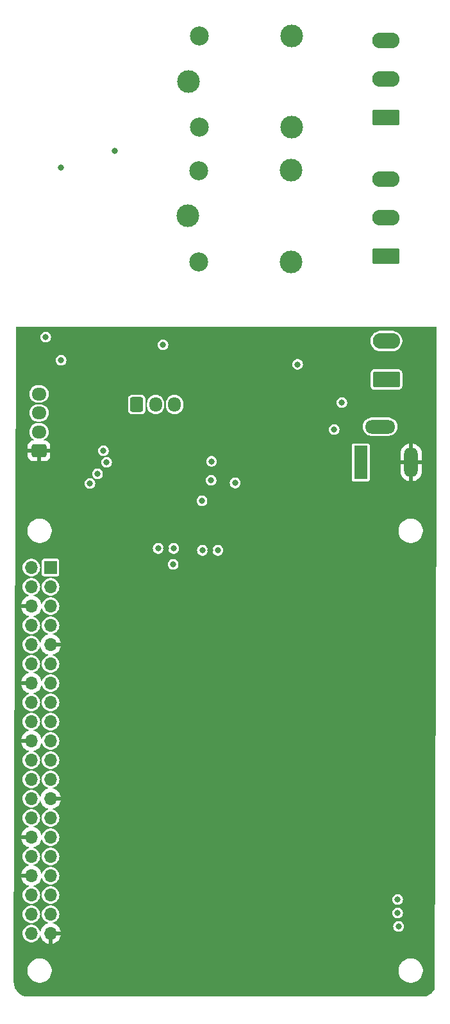
<source format=gbr>
%TF.GenerationSoftware,KiCad,Pcbnew,8.0.6*%
%TF.CreationDate,2024-12-05T11:31:46+01:00*%
%TF.ProjectId,BANBEL,42414e42-454c-42e6-9b69-6361645f7063,1.01*%
%TF.SameCoordinates,Original*%
%TF.FileFunction,Copper,L3,Inr*%
%TF.FilePolarity,Positive*%
%FSLAX46Y46*%
G04 Gerber Fmt 4.6, Leading zero omitted, Abs format (unit mm)*
G04 Created by KiCad (PCBNEW 8.0.6) date 2024-12-05 11:31:46*
%MOMM*%
%LPD*%
G01*
G04 APERTURE LIST*
G04 Aperture macros list*
%AMRoundRect*
0 Rectangle with rounded corners*
0 $1 Rounding radius*
0 $2 $3 $4 $5 $6 $7 $8 $9 X,Y pos of 4 corners*
0 Add a 4 corners polygon primitive as box body*
4,1,4,$2,$3,$4,$5,$6,$7,$8,$9,$2,$3,0*
0 Add four circle primitives for the rounded corners*
1,1,$1+$1,$2,$3*
1,1,$1+$1,$4,$5*
1,1,$1+$1,$6,$7*
1,1,$1+$1,$8,$9*
0 Add four rect primitives between the rounded corners*
20,1,$1+$1,$2,$3,$4,$5,0*
20,1,$1+$1,$4,$5,$6,$7,0*
20,1,$1+$1,$6,$7,$8,$9,0*
20,1,$1+$1,$8,$9,$2,$3,0*%
G04 Aperture macros list end*
%TA.AperFunction,ComponentPad*%
%ADD10R,1.700000X1.700000*%
%TD*%
%TA.AperFunction,ComponentPad*%
%ADD11O,1.700000X1.700000*%
%TD*%
%TA.AperFunction,ComponentPad*%
%ADD12RoundRect,0.250000X0.725000X-0.600000X0.725000X0.600000X-0.725000X0.600000X-0.725000X-0.600000X0*%
%TD*%
%TA.AperFunction,ComponentPad*%
%ADD13O,1.950000X1.700000*%
%TD*%
%TA.AperFunction,ComponentPad*%
%ADD14RoundRect,0.250000X-0.600000X-0.725000X0.600000X-0.725000X0.600000X0.725000X-0.600000X0.725000X0*%
%TD*%
%TA.AperFunction,ComponentPad*%
%ADD15O,1.700000X1.950000*%
%TD*%
%TA.AperFunction,ComponentPad*%
%ADD16RoundRect,0.249999X1.550001X-0.790001X1.550001X0.790001X-1.550001X0.790001X-1.550001X-0.790001X0*%
%TD*%
%TA.AperFunction,ComponentPad*%
%ADD17O,3.600000X2.080000*%
%TD*%
%TA.AperFunction,ComponentPad*%
%ADD18C,3.000000*%
%TD*%
%TA.AperFunction,ComponentPad*%
%ADD19C,2.500000*%
%TD*%
%TA.AperFunction,ComponentPad*%
%ADD20R,1.800000X4.400000*%
%TD*%
%TA.AperFunction,ComponentPad*%
%ADD21O,1.800000X4.000000*%
%TD*%
%TA.AperFunction,ComponentPad*%
%ADD22O,4.000000X1.800000*%
%TD*%
%TA.AperFunction,ViaPad*%
%ADD23C,0.800000*%
%TD*%
G04 APERTURE END LIST*
D10*
%TO.N,+3V3P*%
%TO.C,J2*%
X68203000Y-101239200D03*
D11*
%TO.N,+5V*%
X65663000Y-101239200D03*
%TO.N,unconnected-(J2-Pin_3-Pad3)*%
X68203000Y-103779200D03*
%TO.N,+5V*%
X65663000Y-103779200D03*
%TO.N,unconnected-(J2-Pin_5-Pad5)*%
X68203000Y-106319200D03*
%TO.N,GND*%
X65663000Y-106319200D03*
%TO.N,unconnected-(J2-Pin_7-Pad7)*%
X68203000Y-108859200D03*
%TO.N,unconnected-(J2-Pin_8-Pad8)*%
X65663000Y-108859200D03*
%TO.N,GND*%
X68203000Y-111399200D03*
%TO.N,unconnected-(J2-Pin_10-Pad10)*%
X65663000Y-111399200D03*
%TO.N,GPIO17*%
X68203000Y-113939200D03*
%TO.N,GPIO18*%
X65663000Y-113939200D03*
%TO.N,GPIO27*%
X68203000Y-116479200D03*
%TO.N,GND*%
X65663000Y-116479200D03*
%TO.N,GPIO22*%
X68203000Y-119019200D03*
%TO.N,GPIO23*%
X65663000Y-119019200D03*
%TO.N,+3V3P*%
X68203000Y-121559200D03*
%TO.N,GPIO24*%
X65663000Y-121559200D03*
%TO.N,GPIO10*%
X68203000Y-124099200D03*
%TO.N,GND*%
X65663000Y-124099200D03*
%TO.N,GPIO09*%
X68203000Y-126639200D03*
%TO.N,GPIO25*%
X65663000Y-126639200D03*
%TO.N,GPIO11*%
X68203000Y-129179200D03*
%TO.N,GPIO8*%
X65663000Y-129179200D03*
%TO.N,GND*%
X68203000Y-131719200D03*
%TO.N,GPIO7*%
X65663000Y-131719200D03*
%TO.N,unconnected-(J2-Pin_27-Pad27)*%
X68203000Y-134259200D03*
%TO.N,unconnected-(J2-Pin_28-Pad28)*%
X65663000Y-134259200D03*
%TO.N,unconnected-(J2-Pin_29-Pad29)*%
X68203000Y-136799200D03*
%TO.N,GND*%
X65663000Y-136799200D03*
%TO.N,GPIO6*%
X68203000Y-139339200D03*
%TO.N,unconnected-(J2-Pin_32-Pad32)*%
X65663000Y-139339200D03*
%TO.N,GPIO13*%
X68203000Y-141879200D03*
%TO.N,GND*%
X65663000Y-141879200D03*
%TO.N,GPIO19*%
X68203000Y-144419200D03*
%TO.N,GPIO16*%
X65663000Y-144419200D03*
%TO.N,GPIO26*%
X68203000Y-146959200D03*
%TO.N,GPIO20*%
X65663000Y-146959200D03*
%TO.N,GND*%
X68203000Y-149499200D03*
%TO.N,GPIO21*%
X65663000Y-149499200D03*
%TD*%
D12*
%TO.N,GND*%
%TO.C,J3*%
X66675000Y-85859000D03*
D13*
%TO.N,Net-(D1-A)*%
X66675000Y-83359000D03*
%TO.N,Net-(D2-A)*%
X66675000Y-80859000D03*
%TO.N,Net-(D3-A)*%
X66675000Y-78359000D03*
%TD*%
D14*
%TO.N,Net-(J1-Pin_1)*%
%TO.C,J1*%
X79582000Y-79756000D03*
D15*
%TO.N,Net-(J1-Pin_2)*%
X82082000Y-79756000D03*
%TO.N,Net-(J1-Pin_3)*%
X84582000Y-79756000D03*
%TD*%
D16*
%TO.N,Net-(J5-Pin_1)*%
%TO.C,J5*%
X112522000Y-60198000D03*
D17*
%TO.N,Net-(J5-Pin_2)*%
X112522000Y-55118000D03*
%TO.N,Net-(J5-Pin_3)*%
X112522000Y-50038000D03*
%TD*%
D16*
%TO.N,Net-(J7-Pin_1)*%
%TO.C,J7*%
X112554500Y-76454000D03*
D17*
%TO.N,Net-(J7-Pin_2)*%
X112554500Y-71374000D03*
%TD*%
D16*
%TO.N,Net-(J4-Pin_1)*%
%TO.C,J4*%
X112522000Y-41904200D03*
D17*
%TO.N,Net-(J4-Pin_2)*%
X112522000Y-36824200D03*
%TO.N,Net-(J4-Pin_3)*%
X112522000Y-31744200D03*
%TD*%
D18*
%TO.N,Net-(J4-Pin_2)*%
%TO.C,K1*%
X86434000Y-37130000D03*
D19*
%TO.N,Net-(D4-A)*%
X87834000Y-43180000D03*
D18*
%TO.N,Net-(J4-Pin_1)*%
X100034000Y-43180000D03*
%TO.N,Net-(J4-Pin_3)*%
X100034000Y-31130000D03*
D19*
%TO.N,+5V*%
X87834000Y-31180000D03*
%TD*%
D20*
%TO.N,+5V*%
%TO.C,J6*%
X109174000Y-87376000D03*
D21*
%TO.N,GND*%
X115824000Y-87376000D03*
D22*
%TO.N,unconnected-(J6-Pad3)*%
X111724000Y-82676000D03*
%TD*%
D18*
%TO.N,Net-(J5-Pin_2)*%
%TO.C,K2*%
X86360000Y-54864000D03*
D19*
%TO.N,Net-(D5-A)*%
X87760000Y-60914000D03*
D18*
%TO.N,Net-(J5-Pin_1)*%
X99960000Y-60914000D03*
%TO.N,Net-(J5-Pin_3)*%
X99960000Y-48864000D03*
D19*
%TO.N,+5V*%
X87760000Y-48914000D03*
%TD*%
D23*
%TO.N,GND*%
X78245000Y-100076000D03*
X100838000Y-83058000D03*
X100838000Y-73185000D03*
X76213000Y-103124000D03*
X106426000Y-74676000D03*
X76644500Y-46291500D03*
X71069200Y-71678800D03*
X116840000Y-143764000D03*
X96393000Y-87122000D03*
X78245000Y-94996000D03*
X80645000Y-91453000D03*
X71069200Y-70256400D03*
X80970274Y-89023800D03*
X76835012Y-84454988D03*
X79059998Y-93472014D03*
X89669822Y-86008409D03*
X86614000Y-98806000D03*
X104902000Y-73152000D03*
X93853000Y-93141800D03*
X78245000Y-106172000D03*
X83439000Y-98729800D03*
X89281000Y-98983800D03*
X72212200Y-70535800D03*
X89662000Y-85090000D03*
X95250000Y-79756000D03*
X80877758Y-84958242D03*
X85724986Y-93395800D03*
%TO.N,Net-(D1-A)*%
X114046000Y-145034000D03*
%TO.N,GPIO18*%
X75184003Y-85851997D03*
%TO.N,GPIO21*%
X75611508Y-87375999D03*
%TO.N,GPIO19*%
X74409000Y-88899990D03*
%TO.N,Net-(D2-A)*%
X114046000Y-146812000D03*
%TO.N,GPIO22*%
X73406000Y-90170000D03*
%TO.N,Net-(D3-A)*%
X114172998Y-148590000D03*
%TO.N,+3.3VA*%
X89465456Y-87247165D03*
X88209000Y-92456000D03*
%TO.N,+5V*%
X82423000Y-98729800D03*
X100837994Y-74455000D03*
X105664000Y-83058000D03*
X88265000Y-98983800D03*
X106680000Y-79502000D03*
X67564000Y-70866000D03*
X83058000Y-71882000D03*
X90297000Y-98983800D03*
X84399000Y-100838000D03*
X84455000Y-98729800D03*
%TO.N,GPIO24*%
X69596003Y-73914003D03*
X69596003Y-48514000D03*
%TO.N,Net-(U3-CAPM)*%
X89408000Y-89749792D03*
X92583000Y-90093800D03*
%TD*%
%TA.AperFunction,Conductor*%
%TO.N,GND*%
G36*
X119130030Y-69483432D02*
G01*
X119174214Y-69501758D01*
X119192500Y-69545932D01*
X119192500Y-90119678D01*
X118928297Y-156857268D01*
X118917764Y-156891744D01*
X118797084Y-157072355D01*
X118792107Y-157078841D01*
X118631528Y-157261947D01*
X118625747Y-157267728D01*
X118442641Y-157428307D01*
X118436155Y-157433284D01*
X118233658Y-157568588D01*
X118226578Y-157572676D01*
X118008144Y-157680395D01*
X118000591Y-157683523D01*
X117769976Y-157761807D01*
X117762079Y-157763923D01*
X117523215Y-157811436D01*
X117515110Y-157812503D01*
X117270044Y-157828566D01*
X117265956Y-157828700D01*
X65270044Y-157828700D01*
X65265956Y-157828566D01*
X65020889Y-157812503D01*
X65012784Y-157811436D01*
X64773920Y-157763923D01*
X64766023Y-157761807D01*
X64535408Y-157683523D01*
X64527855Y-157680395D01*
X64309421Y-157572676D01*
X64302341Y-157568588D01*
X64099844Y-157433284D01*
X64093358Y-157428307D01*
X64086049Y-157421897D01*
X63910245Y-157267721D01*
X63904478Y-157261954D01*
X63743891Y-157078840D01*
X63738915Y-157072355D01*
X63603611Y-156869858D01*
X63599523Y-156862778D01*
X63491804Y-156644344D01*
X63488676Y-156636791D01*
X63466947Y-156572779D01*
X63410389Y-156406165D01*
X63408278Y-156398289D01*
X63360762Y-156159414D01*
X63359696Y-156151310D01*
X63343634Y-155906244D01*
X63343500Y-155902156D01*
X63343500Y-154278240D01*
X65167500Y-154278240D01*
X65167500Y-154530159D01*
X65167501Y-154530175D01*
X65206909Y-154778982D01*
X65206909Y-154778983D01*
X65206910Y-154778985D01*
X65284759Y-155018579D01*
X65399130Y-155243045D01*
X65547207Y-155446856D01*
X65547210Y-155446859D01*
X65547213Y-155446863D01*
X65725336Y-155624986D01*
X65725339Y-155624988D01*
X65725344Y-155624993D01*
X65929155Y-155773070D01*
X66153621Y-155887441D01*
X66393215Y-155965290D01*
X66498083Y-155981899D01*
X66642024Y-156004698D01*
X66642030Y-156004698D01*
X66642038Y-156004700D01*
X66642040Y-156004700D01*
X66893960Y-156004700D01*
X66893962Y-156004700D01*
X67142785Y-155965290D01*
X67382379Y-155887441D01*
X67606845Y-155773070D01*
X67810656Y-155624993D01*
X67988793Y-155446856D01*
X68136870Y-155243045D01*
X68251241Y-155018579D01*
X68329090Y-154778985D01*
X68368500Y-154530162D01*
X68368500Y-154278240D01*
X114167500Y-154278240D01*
X114167500Y-154530159D01*
X114167501Y-154530175D01*
X114206909Y-154778982D01*
X114206909Y-154778983D01*
X114206910Y-154778985D01*
X114284759Y-155018579D01*
X114399130Y-155243045D01*
X114547207Y-155446856D01*
X114547210Y-155446859D01*
X114547213Y-155446863D01*
X114725336Y-155624986D01*
X114725339Y-155624988D01*
X114725344Y-155624993D01*
X114929155Y-155773070D01*
X115153621Y-155887441D01*
X115393215Y-155965290D01*
X115498083Y-155981899D01*
X115642024Y-156004698D01*
X115642030Y-156004698D01*
X115642038Y-156004700D01*
X115642040Y-156004700D01*
X115893960Y-156004700D01*
X115893962Y-156004700D01*
X116142785Y-155965290D01*
X116382379Y-155887441D01*
X116606845Y-155773070D01*
X116810656Y-155624993D01*
X116988793Y-155446856D01*
X117136870Y-155243045D01*
X117251241Y-155018579D01*
X117329090Y-154778985D01*
X117368500Y-154530162D01*
X117368500Y-154278238D01*
X117329090Y-154029415D01*
X117251241Y-153789821D01*
X117136870Y-153565355D01*
X116988793Y-153361544D01*
X116988788Y-153361539D01*
X116988786Y-153361536D01*
X116810663Y-153183413D01*
X116810659Y-153183410D01*
X116810656Y-153183407D01*
X116606845Y-153035330D01*
X116382379Y-152920959D01*
X116382377Y-152920958D01*
X116142783Y-152843109D01*
X115893975Y-152803701D01*
X115893963Y-152803700D01*
X115893962Y-152803700D01*
X115642038Y-152803700D01*
X115642036Y-152803700D01*
X115642024Y-152803701D01*
X115393217Y-152843109D01*
X115393216Y-152843109D01*
X115153622Y-152920958D01*
X115153614Y-152920962D01*
X114936457Y-153031609D01*
X114929155Y-153035330D01*
X114725344Y-153183407D01*
X114725336Y-153183413D01*
X114547213Y-153361536D01*
X114399129Y-153565357D01*
X114284762Y-153789814D01*
X114284758Y-153789822D01*
X114206909Y-154029416D01*
X114206909Y-154029417D01*
X114167501Y-154278224D01*
X114167500Y-154278240D01*
X68368500Y-154278240D01*
X68368500Y-154278238D01*
X68329090Y-154029415D01*
X68251241Y-153789821D01*
X68136870Y-153565355D01*
X67988793Y-153361544D01*
X67988788Y-153361539D01*
X67988786Y-153361536D01*
X67810663Y-153183413D01*
X67810659Y-153183410D01*
X67810656Y-153183407D01*
X67606845Y-153035330D01*
X67382379Y-152920959D01*
X67382377Y-152920958D01*
X67142783Y-152843109D01*
X66893975Y-152803701D01*
X66893963Y-152803700D01*
X66893962Y-152803700D01*
X66642038Y-152803700D01*
X66642036Y-152803700D01*
X66642024Y-152803701D01*
X66393217Y-152843109D01*
X66393216Y-152843109D01*
X66153622Y-152920958D01*
X66153614Y-152920962D01*
X65936457Y-153031609D01*
X65929155Y-153035330D01*
X65725344Y-153183407D01*
X65725336Y-153183413D01*
X65547213Y-153361536D01*
X65399129Y-153565357D01*
X65284762Y-153789814D01*
X65284758Y-153789822D01*
X65206909Y-154029416D01*
X65206909Y-154029417D01*
X65167501Y-154278224D01*
X65167500Y-154278240D01*
X63343500Y-154278240D01*
X63343500Y-149499196D01*
X64507571Y-149499196D01*
X64507571Y-149499203D01*
X64527242Y-149711502D01*
X64527244Y-149711513D01*
X64548399Y-149785862D01*
X64580675Y-149899299D01*
X64585596Y-149916591D01*
X64680631Y-150107450D01*
X64680632Y-150107452D01*
X64680634Y-150107455D01*
X64809128Y-150277607D01*
X64966697Y-150421251D01*
X64966696Y-150421251D01*
X65147977Y-150533496D01*
X65147978Y-150533497D01*
X65147981Y-150533498D01*
X65346802Y-150610521D01*
X65556390Y-150649700D01*
X65556393Y-150649700D01*
X65769607Y-150649700D01*
X65769610Y-150649700D01*
X65979198Y-150610521D01*
X66178019Y-150533498D01*
X66359302Y-150421252D01*
X66516872Y-150277607D01*
X66645366Y-150107455D01*
X66740405Y-149916589D01*
X66765363Y-149828869D01*
X66795063Y-149791375D01*
X66842580Y-149785862D01*
X66880077Y-149815563D01*
X66886063Y-149830633D01*
X66914174Y-149941640D01*
X66914179Y-149941655D01*
X67004583Y-150147754D01*
X67004585Y-150147757D01*
X67127674Y-150336157D01*
X67127677Y-150336162D01*
X67280101Y-150501738D01*
X67280104Y-150501741D01*
X67457697Y-150639967D01*
X67457699Y-150639968D01*
X67655627Y-150747080D01*
X67655628Y-150747081D01*
X67868487Y-150820156D01*
X67949000Y-150833591D01*
X67949000Y-149929902D01*
X68010007Y-149965125D01*
X68137174Y-149999200D01*
X68268826Y-149999200D01*
X68395993Y-149965125D01*
X68457000Y-149929902D01*
X68457000Y-150833591D01*
X68537512Y-150820156D01*
X68750371Y-150747081D01*
X68750372Y-150747080D01*
X68948300Y-150639968D01*
X68948302Y-150639967D01*
X69125895Y-150501741D01*
X69125898Y-150501738D01*
X69278322Y-150336162D01*
X69278325Y-150336157D01*
X69401414Y-150147757D01*
X69401416Y-150147754D01*
X69491820Y-149941655D01*
X69491821Y-149941651D01*
X69539543Y-149753200D01*
X68633703Y-149753200D01*
X68668925Y-149692193D01*
X68703000Y-149565026D01*
X68703000Y-149433374D01*
X68668925Y-149306207D01*
X68633703Y-149245200D01*
X69539543Y-149245200D01*
X69491821Y-149056748D01*
X69491820Y-149056744D01*
X69401416Y-148850645D01*
X69401414Y-148850642D01*
X69278325Y-148662242D01*
X69278322Y-148662237D01*
X69211819Y-148589996D01*
X113467353Y-148589996D01*
X113467353Y-148590003D01*
X113487856Y-148758864D01*
X113487857Y-148758870D01*
X113548180Y-148917931D01*
X113644809Y-149057922D01*
X113644816Y-149057930D01*
X113772146Y-149170734D01*
X113914027Y-149245200D01*
X113922773Y-149249790D01*
X114087942Y-149290500D01*
X114087944Y-149290500D01*
X114258052Y-149290500D01*
X114258054Y-149290500D01*
X114423223Y-149249790D01*
X114573850Y-149170734D01*
X114701181Y-149057929D01*
X114797816Y-148917930D01*
X114858138Y-148758872D01*
X114862761Y-148720797D01*
X114878643Y-148590003D01*
X114878643Y-148589996D01*
X114858139Y-148421135D01*
X114858138Y-148421129D01*
X114797815Y-148262068D01*
X114701186Y-148122077D01*
X114701179Y-148122069D01*
X114573849Y-148009265D01*
X114423224Y-147930210D01*
X114258057Y-147889500D01*
X114258054Y-147889500D01*
X114087942Y-147889500D01*
X114087938Y-147889500D01*
X113922771Y-147930210D01*
X113772146Y-148009265D01*
X113644816Y-148122069D01*
X113644809Y-148122077D01*
X113548180Y-148262068D01*
X113487857Y-148421129D01*
X113487856Y-148421135D01*
X113467353Y-148589996D01*
X69211819Y-148589996D01*
X69125898Y-148496661D01*
X69125895Y-148496658D01*
X68948302Y-148358432D01*
X68948300Y-148358431D01*
X68750372Y-148251319D01*
X68750371Y-148251318D01*
X68542248Y-148179869D01*
X68506392Y-148148205D01*
X68503428Y-148100461D01*
X68535092Y-148064605D01*
X68539947Y-148062482D01*
X68718019Y-147993498D01*
X68899302Y-147881252D01*
X69056872Y-147737607D01*
X69185366Y-147567455D01*
X69280405Y-147376589D01*
X69338756Y-147171510D01*
X69341682Y-147139931D01*
X69358429Y-146959203D01*
X69358429Y-146959196D01*
X69344789Y-146811996D01*
X113340355Y-146811996D01*
X113340355Y-146812003D01*
X113360858Y-146980864D01*
X113360859Y-146980870D01*
X113421182Y-147139931D01*
X113517811Y-147279922D01*
X113517816Y-147279928D01*
X113517817Y-147279929D01*
X113645148Y-147392734D01*
X113795775Y-147471790D01*
X113960944Y-147512500D01*
X113960946Y-147512500D01*
X114131054Y-147512500D01*
X114131056Y-147512500D01*
X114296225Y-147471790D01*
X114446852Y-147392734D01*
X114574183Y-147279929D01*
X114670818Y-147139930D01*
X114731140Y-146980872D01*
X114733771Y-146959203D01*
X114751645Y-146812003D01*
X114751645Y-146811996D01*
X114731141Y-146643135D01*
X114731140Y-146643129D01*
X114670817Y-146484068D01*
X114574188Y-146344077D01*
X114574181Y-146344069D01*
X114446851Y-146231265D01*
X114296226Y-146152210D01*
X114131059Y-146111500D01*
X114131056Y-146111500D01*
X113960944Y-146111500D01*
X113960940Y-146111500D01*
X113795773Y-146152210D01*
X113645148Y-146231265D01*
X113517818Y-146344069D01*
X113517811Y-146344077D01*
X113421182Y-146484068D01*
X113360859Y-146643129D01*
X113360858Y-146643135D01*
X113340355Y-146811996D01*
X69344789Y-146811996D01*
X69338757Y-146746897D01*
X69338755Y-146746886D01*
X69332480Y-146724835D01*
X69280405Y-146541811D01*
X69185366Y-146350945D01*
X69056872Y-146180793D01*
X68899302Y-146037148D01*
X68899303Y-146037148D01*
X68718022Y-145924903D01*
X68718021Y-145924902D01*
X68601703Y-145879841D01*
X68519198Y-145847879D01*
X68519195Y-145847878D01*
X68519194Y-145847878D01*
X68309614Y-145808700D01*
X68309610Y-145808700D01*
X68096390Y-145808700D01*
X68096385Y-145808700D01*
X67886805Y-145847878D01*
X67687978Y-145924902D01*
X67687977Y-145924903D01*
X67506696Y-146037148D01*
X67349126Y-146180795D01*
X67349124Y-146180797D01*
X67220634Y-146350945D01*
X67220631Y-146350949D01*
X67125596Y-146541808D01*
X67067244Y-146746886D01*
X67067242Y-146746897D01*
X67047571Y-146959196D01*
X67047571Y-146959203D01*
X67067242Y-147171502D01*
X67067244Y-147171513D01*
X67125596Y-147376591D01*
X67220631Y-147567450D01*
X67220632Y-147567452D01*
X67220634Y-147567455D01*
X67349128Y-147737607D01*
X67506697Y-147881251D01*
X67506696Y-147881251D01*
X67687977Y-147993496D01*
X67687978Y-147993497D01*
X67687981Y-147993498D01*
X67866034Y-148062475D01*
X67900631Y-148095510D01*
X67901737Y-148143332D01*
X67868702Y-148177929D01*
X67863751Y-148179868D01*
X67655639Y-148251313D01*
X67655627Y-148251319D01*
X67457699Y-148358431D01*
X67457697Y-148358432D01*
X67280104Y-148496658D01*
X67280101Y-148496661D01*
X67127677Y-148662237D01*
X67127674Y-148662242D01*
X67004585Y-148850642D01*
X67004583Y-148850645D01*
X66914179Y-149056744D01*
X66914174Y-149056759D01*
X66886063Y-149167766D01*
X66857469Y-149206114D01*
X66810133Y-149213010D01*
X66771785Y-149184416D01*
X66765364Y-149169532D01*
X66740405Y-149081811D01*
X66645366Y-148890945D01*
X66516872Y-148720793D01*
X66359302Y-148577148D01*
X66359303Y-148577148D01*
X66178022Y-148464903D01*
X66178021Y-148464902D01*
X66061703Y-148419841D01*
X65979198Y-148387879D01*
X65979195Y-148387878D01*
X65979194Y-148387878D01*
X65769614Y-148348700D01*
X65769610Y-148348700D01*
X65556390Y-148348700D01*
X65556385Y-148348700D01*
X65346805Y-148387878D01*
X65147978Y-148464902D01*
X65147977Y-148464903D01*
X64966696Y-148577148D01*
X64809126Y-148720795D01*
X64809124Y-148720797D01*
X64680634Y-148890945D01*
X64680631Y-148890949D01*
X64585596Y-149081808D01*
X64585595Y-149081811D01*
X64578944Y-149105182D01*
X64527244Y-149286886D01*
X64527242Y-149286897D01*
X64507571Y-149499196D01*
X63343500Y-149499196D01*
X63343500Y-146959196D01*
X64507571Y-146959196D01*
X64507571Y-146959203D01*
X64527242Y-147171502D01*
X64527244Y-147171513D01*
X64585596Y-147376591D01*
X64680631Y-147567450D01*
X64680632Y-147567452D01*
X64680634Y-147567455D01*
X64809128Y-147737607D01*
X64966697Y-147881251D01*
X64966696Y-147881251D01*
X65147977Y-147993496D01*
X65147978Y-147993497D01*
X65147981Y-147993498D01*
X65346802Y-148070521D01*
X65556390Y-148109700D01*
X65556393Y-148109700D01*
X65769607Y-148109700D01*
X65769610Y-148109700D01*
X65979198Y-148070521D01*
X66178019Y-147993498D01*
X66359302Y-147881252D01*
X66516872Y-147737607D01*
X66645366Y-147567455D01*
X66740405Y-147376589D01*
X66798756Y-147171510D01*
X66801682Y-147139931D01*
X66818429Y-146959203D01*
X66818429Y-146959196D01*
X66798757Y-146746897D01*
X66798755Y-146746886D01*
X66792480Y-146724835D01*
X66740405Y-146541811D01*
X66645366Y-146350945D01*
X66516872Y-146180793D01*
X66359302Y-146037148D01*
X66359303Y-146037148D01*
X66178022Y-145924903D01*
X66178021Y-145924902D01*
X66061703Y-145879841D01*
X65979198Y-145847879D01*
X65979195Y-145847878D01*
X65979194Y-145847878D01*
X65769614Y-145808700D01*
X65769610Y-145808700D01*
X65556390Y-145808700D01*
X65556385Y-145808700D01*
X65346805Y-145847878D01*
X65147978Y-145924902D01*
X65147977Y-145924903D01*
X64966696Y-146037148D01*
X64809126Y-146180795D01*
X64809124Y-146180797D01*
X64680634Y-146350945D01*
X64680631Y-146350949D01*
X64585596Y-146541808D01*
X64527244Y-146746886D01*
X64527242Y-146746897D01*
X64507571Y-146959196D01*
X63343500Y-146959196D01*
X63343500Y-145734432D01*
X63343501Y-145734182D01*
X63357278Y-142296591D01*
X63380328Y-136545200D01*
X64326457Y-136545200D01*
X65232297Y-136545200D01*
X65197075Y-136606207D01*
X65163000Y-136733374D01*
X65163000Y-136865026D01*
X65197075Y-136992193D01*
X65232297Y-137053200D01*
X64326457Y-137053200D01*
X64374178Y-137241651D01*
X64374179Y-137241655D01*
X64464583Y-137447754D01*
X64464585Y-137447757D01*
X64587674Y-137636157D01*
X64587677Y-137636162D01*
X64740101Y-137801738D01*
X64740104Y-137801741D01*
X64917697Y-137939967D01*
X64917699Y-137939968D01*
X65115627Y-138047080D01*
X65115628Y-138047081D01*
X65323751Y-138118530D01*
X65359606Y-138150194D01*
X65362571Y-138197938D01*
X65330907Y-138233793D01*
X65326035Y-138235924D01*
X65147976Y-138304904D01*
X64966696Y-138417148D01*
X64809126Y-138560795D01*
X64809124Y-138560797D01*
X64680634Y-138730945D01*
X64680631Y-138730949D01*
X64585596Y-138921808D01*
X64527244Y-139126886D01*
X64527242Y-139126897D01*
X64507571Y-139339196D01*
X64507571Y-139339203D01*
X64527242Y-139551502D01*
X64527244Y-139551513D01*
X64585596Y-139756591D01*
X64680631Y-139947450D01*
X64680632Y-139947452D01*
X64680634Y-139947455D01*
X64809128Y-140117607D01*
X64966697Y-140261251D01*
X64966696Y-140261251D01*
X65147977Y-140373496D01*
X65147978Y-140373497D01*
X65147981Y-140373498D01*
X65326034Y-140442475D01*
X65360631Y-140475510D01*
X65361737Y-140523332D01*
X65328702Y-140557929D01*
X65323751Y-140559868D01*
X65115639Y-140631313D01*
X65115627Y-140631319D01*
X64917699Y-140738431D01*
X64917697Y-140738432D01*
X64740104Y-140876658D01*
X64740101Y-140876661D01*
X64587677Y-141042237D01*
X64587674Y-141042242D01*
X64464585Y-141230642D01*
X64464583Y-141230645D01*
X64374179Y-141436744D01*
X64374178Y-141436748D01*
X64326457Y-141625200D01*
X65232297Y-141625200D01*
X65197075Y-141686207D01*
X65163000Y-141813374D01*
X65163000Y-141945026D01*
X65197075Y-142072193D01*
X65232297Y-142133200D01*
X64326457Y-142133200D01*
X64374178Y-142321651D01*
X64374179Y-142321655D01*
X64464583Y-142527754D01*
X64464585Y-142527757D01*
X64587674Y-142716157D01*
X64587677Y-142716162D01*
X64740101Y-142881738D01*
X64740104Y-142881741D01*
X64917697Y-143019967D01*
X64917699Y-143019968D01*
X65115627Y-143127080D01*
X65115628Y-143127081D01*
X65323751Y-143198530D01*
X65359606Y-143230194D01*
X65362571Y-143277938D01*
X65330907Y-143313793D01*
X65326035Y-143315924D01*
X65147976Y-143384904D01*
X64966696Y-143497148D01*
X64809126Y-143640795D01*
X64809124Y-143640797D01*
X64680634Y-143810945D01*
X64680631Y-143810949D01*
X64585596Y-144001808D01*
X64527244Y-144206886D01*
X64527242Y-144206897D01*
X64507571Y-144419196D01*
X64507571Y-144419203D01*
X64527242Y-144631502D01*
X64527244Y-144631513D01*
X64585596Y-144836591D01*
X64680631Y-145027450D01*
X64680632Y-145027452D01*
X64680634Y-145027455D01*
X64809128Y-145197607D01*
X64966697Y-145341251D01*
X64966696Y-145341251D01*
X65147977Y-145453496D01*
X65147978Y-145453497D01*
X65147981Y-145453498D01*
X65346802Y-145530521D01*
X65556390Y-145569700D01*
X65556393Y-145569700D01*
X65769607Y-145569700D01*
X65769610Y-145569700D01*
X65979198Y-145530521D01*
X66178019Y-145453498D01*
X66359302Y-145341252D01*
X66516872Y-145197607D01*
X66645366Y-145027455D01*
X66740405Y-144836589D01*
X66798756Y-144631510D01*
X66804820Y-144566069D01*
X66818429Y-144419203D01*
X66818429Y-144419196D01*
X67047571Y-144419196D01*
X67047571Y-144419203D01*
X67067242Y-144631502D01*
X67067244Y-144631513D01*
X67125596Y-144836591D01*
X67220631Y-145027450D01*
X67220632Y-145027452D01*
X67220634Y-145027455D01*
X67349128Y-145197607D01*
X67506697Y-145341251D01*
X67506696Y-145341251D01*
X67687977Y-145453496D01*
X67687978Y-145453497D01*
X67687981Y-145453498D01*
X67886802Y-145530521D01*
X68096390Y-145569700D01*
X68096393Y-145569700D01*
X68309607Y-145569700D01*
X68309610Y-145569700D01*
X68519198Y-145530521D01*
X68718019Y-145453498D01*
X68899302Y-145341252D01*
X69056872Y-145197607D01*
X69180426Y-145033996D01*
X113340355Y-145033996D01*
X113340355Y-145034003D01*
X113360858Y-145202864D01*
X113360859Y-145202870D01*
X113421182Y-145361931D01*
X113517811Y-145501922D01*
X113517816Y-145501928D01*
X113517817Y-145501929D01*
X113645148Y-145614734D01*
X113795775Y-145693790D01*
X113960944Y-145734500D01*
X113960946Y-145734500D01*
X114131054Y-145734500D01*
X114131056Y-145734500D01*
X114296225Y-145693790D01*
X114446852Y-145614734D01*
X114574183Y-145501929D01*
X114670818Y-145361930D01*
X114731140Y-145202872D01*
X114751645Y-145034000D01*
X114750850Y-145027455D01*
X114731141Y-144865135D01*
X114731140Y-144865129D01*
X114720316Y-144836589D01*
X114670818Y-144706070D01*
X114619353Y-144631510D01*
X114574188Y-144566077D01*
X114574181Y-144566069D01*
X114446851Y-144453265D01*
X114296226Y-144374210D01*
X114131059Y-144333500D01*
X114131056Y-144333500D01*
X113960944Y-144333500D01*
X113960940Y-144333500D01*
X113795773Y-144374210D01*
X113645148Y-144453265D01*
X113517818Y-144566069D01*
X113517811Y-144566077D01*
X113421182Y-144706068D01*
X113360859Y-144865129D01*
X113360858Y-144865135D01*
X113340355Y-145033996D01*
X69180426Y-145033996D01*
X69185366Y-145027455D01*
X69280405Y-144836589D01*
X69338756Y-144631510D01*
X69344820Y-144566069D01*
X69358429Y-144419203D01*
X69358429Y-144419196D01*
X69338757Y-144206897D01*
X69338755Y-144206886D01*
X69332480Y-144184835D01*
X69280405Y-144001811D01*
X69185366Y-143810945D01*
X69056872Y-143640793D01*
X68899302Y-143497148D01*
X68899303Y-143497148D01*
X68718022Y-143384903D01*
X68718021Y-143384902D01*
X68601703Y-143339841D01*
X68519198Y-143307879D01*
X68519195Y-143307878D01*
X68519194Y-143307878D01*
X68309614Y-143268700D01*
X68309610Y-143268700D01*
X68096390Y-143268700D01*
X68096385Y-143268700D01*
X67886805Y-143307878D01*
X67687978Y-143384902D01*
X67687977Y-143384903D01*
X67506696Y-143497148D01*
X67349126Y-143640795D01*
X67349124Y-143640797D01*
X67220634Y-143810945D01*
X67220631Y-143810949D01*
X67125596Y-144001808D01*
X67067244Y-144206886D01*
X67067242Y-144206897D01*
X67047571Y-144419196D01*
X66818429Y-144419196D01*
X66798757Y-144206897D01*
X66798755Y-144206886D01*
X66792480Y-144184835D01*
X66740405Y-144001811D01*
X66645366Y-143810945D01*
X66516872Y-143640793D01*
X66359302Y-143497148D01*
X66359303Y-143497148D01*
X66178022Y-143384903D01*
X66178020Y-143384902D01*
X65999965Y-143315924D01*
X65965367Y-143282889D01*
X65964262Y-143235067D01*
X65997297Y-143200469D01*
X66002248Y-143198530D01*
X66210371Y-143127081D01*
X66210372Y-143127080D01*
X66408300Y-143019968D01*
X66408302Y-143019967D01*
X66585895Y-142881741D01*
X66585898Y-142881738D01*
X66738322Y-142716162D01*
X66738325Y-142716157D01*
X66861414Y-142527757D01*
X66861416Y-142527754D01*
X66951820Y-142321655D01*
X66951822Y-142321648D01*
X66979935Y-142210634D01*
X67008530Y-142172285D01*
X67055865Y-142165388D01*
X67094214Y-142193983D01*
X67100636Y-142208871D01*
X67120675Y-142279299D01*
X67125596Y-142296591D01*
X67220631Y-142487450D01*
X67220632Y-142487452D01*
X67220634Y-142487455D01*
X67349128Y-142657607D01*
X67506697Y-142801251D01*
X67506696Y-142801251D01*
X67687977Y-142913496D01*
X67687978Y-142913497D01*
X67687981Y-142913498D01*
X67886802Y-142990521D01*
X68096390Y-143029700D01*
X68096393Y-143029700D01*
X68309607Y-143029700D01*
X68309610Y-143029700D01*
X68519198Y-142990521D01*
X68718019Y-142913498D01*
X68899302Y-142801252D01*
X69056872Y-142657607D01*
X69185366Y-142487455D01*
X69280405Y-142296589D01*
X69338756Y-142091510D01*
X69340546Y-142072193D01*
X69358429Y-141879203D01*
X69358429Y-141879196D01*
X69338757Y-141666897D01*
X69338755Y-141666886D01*
X69316032Y-141587025D01*
X69280405Y-141461811D01*
X69185366Y-141270945D01*
X69056872Y-141100793D01*
X68899302Y-140957148D01*
X68899303Y-140957148D01*
X68718022Y-140844903D01*
X68718021Y-140844902D01*
X68601703Y-140799841D01*
X68519198Y-140767879D01*
X68519195Y-140767878D01*
X68519194Y-140767878D01*
X68309614Y-140728700D01*
X68309610Y-140728700D01*
X68096390Y-140728700D01*
X68096385Y-140728700D01*
X67886805Y-140767878D01*
X67687978Y-140844902D01*
X67687977Y-140844903D01*
X67506696Y-140957148D01*
X67349126Y-141100795D01*
X67349124Y-141100797D01*
X67220634Y-141270945D01*
X67220631Y-141270949D01*
X67125596Y-141461806D01*
X67100637Y-141549528D01*
X67070935Y-141587025D01*
X67023418Y-141592537D01*
X66985921Y-141562835D01*
X66979935Y-141547766D01*
X66951821Y-141436748D01*
X66951820Y-141436744D01*
X66861416Y-141230645D01*
X66861414Y-141230642D01*
X66738325Y-141042242D01*
X66738322Y-141042237D01*
X66585898Y-140876661D01*
X66585895Y-140876658D01*
X66408302Y-140738432D01*
X66408300Y-140738431D01*
X66210372Y-140631319D01*
X66210371Y-140631318D01*
X66002248Y-140559869D01*
X65966392Y-140528205D01*
X65963428Y-140480461D01*
X65995092Y-140444605D01*
X65999947Y-140442482D01*
X66178019Y-140373498D01*
X66359302Y-140261252D01*
X66516872Y-140117607D01*
X66645366Y-139947455D01*
X66740405Y-139756589D01*
X66798756Y-139551510D01*
X66818429Y-139339200D01*
X66818429Y-139339196D01*
X67047571Y-139339196D01*
X67047571Y-139339203D01*
X67067242Y-139551502D01*
X67067244Y-139551513D01*
X67125596Y-139756591D01*
X67220631Y-139947450D01*
X67220632Y-139947452D01*
X67220634Y-139947455D01*
X67349128Y-140117607D01*
X67506697Y-140261251D01*
X67506696Y-140261251D01*
X67687977Y-140373496D01*
X67687978Y-140373497D01*
X67687981Y-140373498D01*
X67886802Y-140450521D01*
X68096390Y-140489700D01*
X68096393Y-140489700D01*
X68309607Y-140489700D01*
X68309610Y-140489700D01*
X68519198Y-140450521D01*
X68718019Y-140373498D01*
X68899302Y-140261252D01*
X69056872Y-140117607D01*
X69185366Y-139947455D01*
X69280405Y-139756589D01*
X69338756Y-139551510D01*
X69358429Y-139339200D01*
X69338756Y-139126890D01*
X69280405Y-138921811D01*
X69185366Y-138730945D01*
X69056872Y-138560793D01*
X68899302Y-138417148D01*
X68899303Y-138417148D01*
X68718022Y-138304903D01*
X68718021Y-138304902D01*
X68601703Y-138259841D01*
X68519198Y-138227879D01*
X68519195Y-138227878D01*
X68519194Y-138227878D01*
X68309614Y-138188700D01*
X68309610Y-138188700D01*
X68096390Y-138188700D01*
X68096385Y-138188700D01*
X67886805Y-138227878D01*
X67687978Y-138304902D01*
X67687977Y-138304903D01*
X67506696Y-138417148D01*
X67349126Y-138560795D01*
X67349124Y-138560797D01*
X67220634Y-138730945D01*
X67220631Y-138730949D01*
X67125596Y-138921808D01*
X67067244Y-139126886D01*
X67067242Y-139126897D01*
X67047571Y-139339196D01*
X66818429Y-139339196D01*
X66798756Y-139126890D01*
X66740405Y-138921811D01*
X66645366Y-138730945D01*
X66516872Y-138560793D01*
X66359302Y-138417148D01*
X66359303Y-138417148D01*
X66178022Y-138304903D01*
X66178020Y-138304902D01*
X65999965Y-138235924D01*
X65965367Y-138202889D01*
X65964262Y-138155067D01*
X65997297Y-138120469D01*
X66002248Y-138118530D01*
X66210371Y-138047081D01*
X66210372Y-138047080D01*
X66408300Y-137939968D01*
X66408302Y-137939967D01*
X66585895Y-137801741D01*
X66585898Y-137801738D01*
X66738322Y-137636162D01*
X66738325Y-137636157D01*
X66861414Y-137447757D01*
X66861416Y-137447754D01*
X66951820Y-137241655D01*
X66951822Y-137241648D01*
X66979935Y-137130634D01*
X67008530Y-137092285D01*
X67055865Y-137085388D01*
X67094214Y-137113983D01*
X67100636Y-137128871D01*
X67120675Y-137199299D01*
X67125596Y-137216591D01*
X67220631Y-137407450D01*
X67220632Y-137407452D01*
X67220634Y-137407455D01*
X67349128Y-137577607D01*
X67506697Y-137721251D01*
X67506696Y-137721251D01*
X67687977Y-137833496D01*
X67687978Y-137833497D01*
X67687981Y-137833498D01*
X67886802Y-137910521D01*
X68096390Y-137949700D01*
X68096393Y-137949700D01*
X68309607Y-137949700D01*
X68309610Y-137949700D01*
X68519198Y-137910521D01*
X68718019Y-137833498D01*
X68899302Y-137721252D01*
X69056872Y-137577607D01*
X69185366Y-137407455D01*
X69280405Y-137216589D01*
X69338756Y-137011510D01*
X69340546Y-136992193D01*
X69358429Y-136799203D01*
X69358429Y-136799196D01*
X69338757Y-136586897D01*
X69338755Y-136586886D01*
X69316032Y-136507025D01*
X69280405Y-136381811D01*
X69185366Y-136190945D01*
X69056872Y-136020793D01*
X68899302Y-135877148D01*
X68899303Y-135877148D01*
X68718022Y-135764903D01*
X68718021Y-135764902D01*
X68601703Y-135719841D01*
X68519198Y-135687879D01*
X68519195Y-135687878D01*
X68519194Y-135687878D01*
X68309614Y-135648700D01*
X68309610Y-135648700D01*
X68096390Y-135648700D01*
X68096385Y-135648700D01*
X67886805Y-135687878D01*
X67687978Y-135764902D01*
X67687977Y-135764903D01*
X67506696Y-135877148D01*
X67349126Y-136020795D01*
X67349124Y-136020797D01*
X67220634Y-136190945D01*
X67220631Y-136190949D01*
X67125596Y-136381806D01*
X67100637Y-136469528D01*
X67070935Y-136507025D01*
X67023418Y-136512537D01*
X66985921Y-136482835D01*
X66979935Y-136467766D01*
X66951821Y-136356748D01*
X66951820Y-136356744D01*
X66861416Y-136150645D01*
X66861414Y-136150642D01*
X66738325Y-135962242D01*
X66738322Y-135962237D01*
X66585898Y-135796661D01*
X66585895Y-135796658D01*
X66408302Y-135658432D01*
X66408300Y-135658431D01*
X66210372Y-135551319D01*
X66210371Y-135551318D01*
X66002248Y-135479869D01*
X65966392Y-135448205D01*
X65963428Y-135400461D01*
X65995092Y-135364605D01*
X65999947Y-135362482D01*
X66178019Y-135293498D01*
X66359302Y-135181252D01*
X66516872Y-135037607D01*
X66645366Y-134867455D01*
X66740405Y-134676589D01*
X66798756Y-134471510D01*
X66818429Y-134259200D01*
X66798756Y-134046890D01*
X66740405Y-133841811D01*
X66645366Y-133650945D01*
X66516872Y-133480793D01*
X66359302Y-133337148D01*
X66359303Y-133337148D01*
X66178022Y-133224903D01*
X66178021Y-133224902D01*
X66061703Y-133179841D01*
X65979198Y-133147879D01*
X65979195Y-133147878D01*
X65979194Y-133147878D01*
X65769614Y-133108700D01*
X65769610Y-133108700D01*
X65556390Y-133108700D01*
X65556385Y-133108700D01*
X65346805Y-133147878D01*
X65147978Y-133224902D01*
X65147977Y-133224903D01*
X64966696Y-133337148D01*
X64809126Y-133480795D01*
X64809124Y-133480797D01*
X64680634Y-133650945D01*
X64680631Y-133650949D01*
X64585596Y-133841808D01*
X64527244Y-134046886D01*
X64527242Y-134046897D01*
X64507571Y-134259196D01*
X64507571Y-134259203D01*
X64527242Y-134471502D01*
X64527244Y-134471513D01*
X64585596Y-134676591D01*
X64680631Y-134867450D01*
X64680632Y-134867452D01*
X64680634Y-134867455D01*
X64809128Y-135037607D01*
X64966697Y-135181251D01*
X64966696Y-135181251D01*
X65147977Y-135293496D01*
X65147978Y-135293497D01*
X65147981Y-135293498D01*
X65326034Y-135362475D01*
X65360631Y-135395510D01*
X65361737Y-135443332D01*
X65328702Y-135477929D01*
X65323751Y-135479868D01*
X65115639Y-135551313D01*
X65115627Y-135551319D01*
X64917699Y-135658431D01*
X64917697Y-135658432D01*
X64740104Y-135796658D01*
X64740101Y-135796661D01*
X64587677Y-135962237D01*
X64587674Y-135962242D01*
X64464585Y-136150642D01*
X64464583Y-136150645D01*
X64374179Y-136356744D01*
X64374178Y-136356748D01*
X64326457Y-136545200D01*
X63380328Y-136545200D01*
X63399669Y-131719196D01*
X64507571Y-131719196D01*
X64507571Y-131719203D01*
X64527242Y-131931502D01*
X64527244Y-131931513D01*
X64548399Y-132005862D01*
X64580675Y-132119299D01*
X64585596Y-132136591D01*
X64680631Y-132327450D01*
X64680632Y-132327452D01*
X64680634Y-132327455D01*
X64809128Y-132497607D01*
X64966697Y-132641251D01*
X64966696Y-132641251D01*
X65147977Y-132753496D01*
X65147978Y-132753497D01*
X65147981Y-132753498D01*
X65346802Y-132830521D01*
X65556390Y-132869700D01*
X65556393Y-132869700D01*
X65769607Y-132869700D01*
X65769610Y-132869700D01*
X65979198Y-132830521D01*
X66178019Y-132753498D01*
X66359302Y-132641252D01*
X66516872Y-132497607D01*
X66645366Y-132327455D01*
X66740405Y-132136589D01*
X66765363Y-132048869D01*
X66795063Y-132011375D01*
X66842580Y-132005862D01*
X66880077Y-132035563D01*
X66886063Y-132050633D01*
X66914174Y-132161640D01*
X66914179Y-132161655D01*
X67004583Y-132367754D01*
X67004585Y-132367757D01*
X67127674Y-132556157D01*
X67127677Y-132556162D01*
X67280101Y-132721738D01*
X67280104Y-132721741D01*
X67457697Y-132859967D01*
X67457699Y-132859968D01*
X67655627Y-132967080D01*
X67655628Y-132967081D01*
X67863751Y-133038530D01*
X67899606Y-133070194D01*
X67902571Y-133117938D01*
X67870907Y-133153793D01*
X67866035Y-133155924D01*
X67687976Y-133224904D01*
X67506696Y-133337148D01*
X67349126Y-133480795D01*
X67349124Y-133480797D01*
X67220634Y-133650945D01*
X67220631Y-133650949D01*
X67125596Y-133841808D01*
X67067244Y-134046886D01*
X67067242Y-134046897D01*
X67047571Y-134259196D01*
X67047571Y-134259203D01*
X67067242Y-134471502D01*
X67067244Y-134471513D01*
X67125596Y-134676591D01*
X67220631Y-134867450D01*
X67220632Y-134867452D01*
X67220634Y-134867455D01*
X67349128Y-135037607D01*
X67506697Y-135181251D01*
X67506696Y-135181251D01*
X67687977Y-135293496D01*
X67687978Y-135293497D01*
X67687981Y-135293498D01*
X67886802Y-135370521D01*
X68096390Y-135409700D01*
X68096393Y-135409700D01*
X68309607Y-135409700D01*
X68309610Y-135409700D01*
X68519198Y-135370521D01*
X68718019Y-135293498D01*
X68899302Y-135181252D01*
X69056872Y-135037607D01*
X69185366Y-134867455D01*
X69280405Y-134676589D01*
X69338756Y-134471510D01*
X69358429Y-134259200D01*
X69338756Y-134046890D01*
X69280405Y-133841811D01*
X69185366Y-133650945D01*
X69056872Y-133480793D01*
X68899302Y-133337148D01*
X68899303Y-133337148D01*
X68718022Y-133224903D01*
X68718020Y-133224902D01*
X68539965Y-133155924D01*
X68505367Y-133122889D01*
X68504262Y-133075067D01*
X68537297Y-133040469D01*
X68542248Y-133038530D01*
X68750371Y-132967081D01*
X68750372Y-132967080D01*
X68948300Y-132859968D01*
X68948302Y-132859967D01*
X69125895Y-132721741D01*
X69125898Y-132721738D01*
X69278322Y-132556162D01*
X69278325Y-132556157D01*
X69401414Y-132367757D01*
X69401416Y-132367754D01*
X69491820Y-132161655D01*
X69491821Y-132161651D01*
X69539543Y-131973200D01*
X68633703Y-131973200D01*
X68668925Y-131912193D01*
X68703000Y-131785026D01*
X68703000Y-131653374D01*
X68668925Y-131526207D01*
X68633703Y-131465200D01*
X69539543Y-131465200D01*
X69491821Y-131276748D01*
X69491820Y-131276744D01*
X69401416Y-131070645D01*
X69401414Y-131070642D01*
X69278325Y-130882242D01*
X69278322Y-130882237D01*
X69125898Y-130716661D01*
X69125895Y-130716658D01*
X68948302Y-130578432D01*
X68948300Y-130578431D01*
X68750372Y-130471319D01*
X68750371Y-130471318D01*
X68542248Y-130399869D01*
X68506392Y-130368205D01*
X68503428Y-130320461D01*
X68535092Y-130284605D01*
X68539947Y-130282482D01*
X68718019Y-130213498D01*
X68899302Y-130101252D01*
X69056872Y-129957607D01*
X69185366Y-129787455D01*
X69280405Y-129596589D01*
X69338756Y-129391510D01*
X69358429Y-129179200D01*
X69338756Y-128966890D01*
X69280405Y-128761811D01*
X69185366Y-128570945D01*
X69056872Y-128400793D01*
X68899302Y-128257148D01*
X68899303Y-128257148D01*
X68718022Y-128144903D01*
X68718021Y-128144902D01*
X68601703Y-128099841D01*
X68519198Y-128067879D01*
X68519195Y-128067878D01*
X68519194Y-128067878D01*
X68309614Y-128028700D01*
X68309610Y-128028700D01*
X68096390Y-128028700D01*
X68096385Y-128028700D01*
X67886805Y-128067878D01*
X67687978Y-128144902D01*
X67687977Y-128144903D01*
X67506696Y-128257148D01*
X67349126Y-128400795D01*
X67349124Y-128400797D01*
X67220634Y-128570945D01*
X67220631Y-128570949D01*
X67125596Y-128761808D01*
X67067244Y-128966886D01*
X67067242Y-128966897D01*
X67047571Y-129179196D01*
X67047571Y-129179203D01*
X67067242Y-129391502D01*
X67067244Y-129391513D01*
X67125596Y-129596591D01*
X67220631Y-129787450D01*
X67220632Y-129787452D01*
X67220634Y-129787455D01*
X67349128Y-129957607D01*
X67506697Y-130101251D01*
X67506696Y-130101251D01*
X67687977Y-130213496D01*
X67687978Y-130213497D01*
X67687981Y-130213498D01*
X67866034Y-130282475D01*
X67900631Y-130315510D01*
X67901737Y-130363332D01*
X67868702Y-130397929D01*
X67863751Y-130399868D01*
X67655639Y-130471313D01*
X67655627Y-130471319D01*
X67457699Y-130578431D01*
X67457697Y-130578432D01*
X67280104Y-130716658D01*
X67280101Y-130716661D01*
X67127677Y-130882237D01*
X67127674Y-130882242D01*
X67004585Y-131070642D01*
X67004583Y-131070645D01*
X66914179Y-131276744D01*
X66914174Y-131276759D01*
X66886063Y-131387766D01*
X66857469Y-131426114D01*
X66810133Y-131433010D01*
X66771785Y-131404416D01*
X66765364Y-131389532D01*
X66740405Y-131301811D01*
X66645366Y-131110945D01*
X66516872Y-130940793D01*
X66359302Y-130797148D01*
X66359303Y-130797148D01*
X66178022Y-130684903D01*
X66178021Y-130684902D01*
X66061703Y-130639841D01*
X65979198Y-130607879D01*
X65979195Y-130607878D01*
X65979194Y-130607878D01*
X65769614Y-130568700D01*
X65769610Y-130568700D01*
X65556390Y-130568700D01*
X65556385Y-130568700D01*
X65346805Y-130607878D01*
X65147978Y-130684902D01*
X65147977Y-130684903D01*
X64966696Y-130797148D01*
X64809126Y-130940795D01*
X64809124Y-130940797D01*
X64680634Y-131110945D01*
X64680631Y-131110949D01*
X64585596Y-131301808D01*
X64585595Y-131301811D01*
X64578944Y-131325182D01*
X64527244Y-131506886D01*
X64527242Y-131506897D01*
X64507571Y-131719196D01*
X63399669Y-131719196D01*
X63409849Y-129179196D01*
X64507571Y-129179196D01*
X64507571Y-129179203D01*
X64527242Y-129391502D01*
X64527244Y-129391513D01*
X64585596Y-129596591D01*
X64680631Y-129787450D01*
X64680632Y-129787452D01*
X64680634Y-129787455D01*
X64809128Y-129957607D01*
X64966697Y-130101251D01*
X64966696Y-130101251D01*
X65147977Y-130213496D01*
X65147978Y-130213497D01*
X65147981Y-130213498D01*
X65346802Y-130290521D01*
X65556390Y-130329700D01*
X65556393Y-130329700D01*
X65769607Y-130329700D01*
X65769610Y-130329700D01*
X65979198Y-130290521D01*
X66178019Y-130213498D01*
X66359302Y-130101252D01*
X66516872Y-129957607D01*
X66645366Y-129787455D01*
X66740405Y-129596589D01*
X66798756Y-129391510D01*
X66818429Y-129179200D01*
X66798756Y-128966890D01*
X66740405Y-128761811D01*
X66645366Y-128570945D01*
X66516872Y-128400793D01*
X66359302Y-128257148D01*
X66359303Y-128257148D01*
X66178022Y-128144903D01*
X66178021Y-128144902D01*
X66061703Y-128099841D01*
X65979198Y-128067879D01*
X65979195Y-128067878D01*
X65979194Y-128067878D01*
X65769614Y-128028700D01*
X65769610Y-128028700D01*
X65556390Y-128028700D01*
X65556385Y-128028700D01*
X65346805Y-128067878D01*
X65147978Y-128144902D01*
X65147977Y-128144903D01*
X64966696Y-128257148D01*
X64809126Y-128400795D01*
X64809124Y-128400797D01*
X64680634Y-128570945D01*
X64680631Y-128570949D01*
X64585596Y-128761808D01*
X64527244Y-128966886D01*
X64527242Y-128966897D01*
X64507571Y-129179196D01*
X63409849Y-129179196D01*
X63431226Y-123845200D01*
X64326457Y-123845200D01*
X65232297Y-123845200D01*
X65197075Y-123906207D01*
X65163000Y-124033374D01*
X65163000Y-124165026D01*
X65197075Y-124292193D01*
X65232297Y-124353200D01*
X64326457Y-124353200D01*
X64374178Y-124541651D01*
X64374179Y-124541655D01*
X64464583Y-124747754D01*
X64464585Y-124747757D01*
X64587674Y-124936157D01*
X64587677Y-124936162D01*
X64740101Y-125101738D01*
X64740104Y-125101741D01*
X64917697Y-125239967D01*
X64917699Y-125239968D01*
X65115627Y-125347080D01*
X65115628Y-125347081D01*
X65323751Y-125418530D01*
X65359606Y-125450194D01*
X65362571Y-125497938D01*
X65330907Y-125533793D01*
X65326035Y-125535924D01*
X65147976Y-125604904D01*
X64966696Y-125717148D01*
X64809126Y-125860795D01*
X64809124Y-125860797D01*
X64680634Y-126030945D01*
X64680631Y-126030949D01*
X64585596Y-126221808D01*
X64527244Y-126426886D01*
X64527242Y-126426897D01*
X64507571Y-126639196D01*
X64507571Y-126639203D01*
X64527242Y-126851502D01*
X64527244Y-126851513D01*
X64585596Y-127056591D01*
X64680631Y-127247450D01*
X64680632Y-127247452D01*
X64680634Y-127247455D01*
X64809128Y-127417607D01*
X64966697Y-127561251D01*
X64966696Y-127561251D01*
X65147977Y-127673496D01*
X65147978Y-127673497D01*
X65147981Y-127673498D01*
X65346802Y-127750521D01*
X65556390Y-127789700D01*
X65556393Y-127789700D01*
X65769607Y-127789700D01*
X65769610Y-127789700D01*
X65979198Y-127750521D01*
X66178019Y-127673498D01*
X66359302Y-127561252D01*
X66516872Y-127417607D01*
X66645366Y-127247455D01*
X66740405Y-127056589D01*
X66798756Y-126851510D01*
X66818429Y-126639200D01*
X66818429Y-126639196D01*
X67047571Y-126639196D01*
X67047571Y-126639203D01*
X67067242Y-126851502D01*
X67067244Y-126851513D01*
X67125596Y-127056591D01*
X67220631Y-127247450D01*
X67220632Y-127247452D01*
X67220634Y-127247455D01*
X67349128Y-127417607D01*
X67506697Y-127561251D01*
X67506696Y-127561251D01*
X67687977Y-127673496D01*
X67687978Y-127673497D01*
X67687981Y-127673498D01*
X67886802Y-127750521D01*
X68096390Y-127789700D01*
X68096393Y-127789700D01*
X68309607Y-127789700D01*
X68309610Y-127789700D01*
X68519198Y-127750521D01*
X68718019Y-127673498D01*
X68899302Y-127561252D01*
X69056872Y-127417607D01*
X69185366Y-127247455D01*
X69280405Y-127056589D01*
X69338756Y-126851510D01*
X69358429Y-126639200D01*
X69338756Y-126426890D01*
X69280405Y-126221811D01*
X69185366Y-126030945D01*
X69056872Y-125860793D01*
X68899302Y-125717148D01*
X68899303Y-125717148D01*
X68718022Y-125604903D01*
X68718021Y-125604902D01*
X68601703Y-125559841D01*
X68519198Y-125527879D01*
X68519195Y-125527878D01*
X68519194Y-125527878D01*
X68309614Y-125488700D01*
X68309610Y-125488700D01*
X68096390Y-125488700D01*
X68096385Y-125488700D01*
X67886805Y-125527878D01*
X67687978Y-125604902D01*
X67687977Y-125604903D01*
X67506696Y-125717148D01*
X67349126Y-125860795D01*
X67349124Y-125860797D01*
X67220634Y-126030945D01*
X67220631Y-126030949D01*
X67125596Y-126221808D01*
X67067244Y-126426886D01*
X67067242Y-126426897D01*
X67047571Y-126639196D01*
X66818429Y-126639196D01*
X66798756Y-126426890D01*
X66740405Y-126221811D01*
X66645366Y-126030945D01*
X66516872Y-125860793D01*
X66359302Y-125717148D01*
X66359303Y-125717148D01*
X66178022Y-125604903D01*
X66178020Y-125604902D01*
X65999965Y-125535924D01*
X65965367Y-125502889D01*
X65964262Y-125455067D01*
X65997297Y-125420469D01*
X66002248Y-125418530D01*
X66210371Y-125347081D01*
X66210372Y-125347080D01*
X66408300Y-125239968D01*
X66408302Y-125239967D01*
X66585895Y-125101741D01*
X66585898Y-125101738D01*
X66738322Y-124936162D01*
X66738325Y-124936157D01*
X66861414Y-124747757D01*
X66861416Y-124747754D01*
X66951820Y-124541655D01*
X66951822Y-124541648D01*
X66979935Y-124430634D01*
X67008530Y-124392285D01*
X67055865Y-124385388D01*
X67094214Y-124413983D01*
X67100636Y-124428871D01*
X67120675Y-124499299D01*
X67125596Y-124516591D01*
X67220631Y-124707450D01*
X67220632Y-124707452D01*
X67220634Y-124707455D01*
X67349128Y-124877607D01*
X67506697Y-125021251D01*
X67506696Y-125021251D01*
X67687977Y-125133496D01*
X67687978Y-125133497D01*
X67687981Y-125133498D01*
X67886802Y-125210521D01*
X68096390Y-125249700D01*
X68096393Y-125249700D01*
X68309607Y-125249700D01*
X68309610Y-125249700D01*
X68519198Y-125210521D01*
X68718019Y-125133498D01*
X68899302Y-125021252D01*
X69056872Y-124877607D01*
X69185366Y-124707455D01*
X69280405Y-124516589D01*
X69338756Y-124311510D01*
X69340546Y-124292193D01*
X69358429Y-124099203D01*
X69358429Y-124099196D01*
X69338757Y-123886897D01*
X69338755Y-123886886D01*
X69316032Y-123807025D01*
X69280405Y-123681811D01*
X69185366Y-123490945D01*
X69056872Y-123320793D01*
X68899302Y-123177148D01*
X68899303Y-123177148D01*
X68718022Y-123064903D01*
X68718021Y-123064902D01*
X68601703Y-123019841D01*
X68519198Y-122987879D01*
X68519195Y-122987878D01*
X68519194Y-122987878D01*
X68309614Y-122948700D01*
X68309610Y-122948700D01*
X68096390Y-122948700D01*
X68096385Y-122948700D01*
X67886805Y-122987878D01*
X67687978Y-123064902D01*
X67687977Y-123064903D01*
X67506696Y-123177148D01*
X67349126Y-123320795D01*
X67349124Y-123320797D01*
X67220634Y-123490945D01*
X67220631Y-123490949D01*
X67125596Y-123681806D01*
X67100637Y-123769528D01*
X67070935Y-123807025D01*
X67023418Y-123812537D01*
X66985921Y-123782835D01*
X66979935Y-123767766D01*
X66951821Y-123656748D01*
X66951820Y-123656744D01*
X66861416Y-123450645D01*
X66861414Y-123450642D01*
X66738325Y-123262242D01*
X66738322Y-123262237D01*
X66585898Y-123096661D01*
X66585895Y-123096658D01*
X66408302Y-122958432D01*
X66408300Y-122958431D01*
X66210372Y-122851319D01*
X66210371Y-122851318D01*
X66002248Y-122779869D01*
X65966392Y-122748205D01*
X65963428Y-122700461D01*
X65995092Y-122664605D01*
X65999947Y-122662482D01*
X66178019Y-122593498D01*
X66359302Y-122481252D01*
X66516872Y-122337607D01*
X66645366Y-122167455D01*
X66740405Y-121976589D01*
X66798756Y-121771510D01*
X66818429Y-121559200D01*
X66818429Y-121559196D01*
X67047571Y-121559196D01*
X67047571Y-121559203D01*
X67067242Y-121771502D01*
X67067244Y-121771513D01*
X67125596Y-121976591D01*
X67220631Y-122167450D01*
X67220632Y-122167452D01*
X67220634Y-122167455D01*
X67349128Y-122337607D01*
X67506697Y-122481251D01*
X67506696Y-122481251D01*
X67687977Y-122593496D01*
X67687978Y-122593497D01*
X67687981Y-122593498D01*
X67886802Y-122670521D01*
X68096390Y-122709700D01*
X68096393Y-122709700D01*
X68309607Y-122709700D01*
X68309610Y-122709700D01*
X68519198Y-122670521D01*
X68718019Y-122593498D01*
X68899302Y-122481252D01*
X69056872Y-122337607D01*
X69185366Y-122167455D01*
X69280405Y-121976589D01*
X69338756Y-121771510D01*
X69358429Y-121559200D01*
X69338756Y-121346890D01*
X69280405Y-121141811D01*
X69185366Y-120950945D01*
X69056872Y-120780793D01*
X68899302Y-120637148D01*
X68899303Y-120637148D01*
X68718022Y-120524903D01*
X68718021Y-120524902D01*
X68601703Y-120479841D01*
X68519198Y-120447879D01*
X68519195Y-120447878D01*
X68519194Y-120447878D01*
X68309614Y-120408700D01*
X68309610Y-120408700D01*
X68096390Y-120408700D01*
X68096385Y-120408700D01*
X67886805Y-120447878D01*
X67687978Y-120524902D01*
X67687977Y-120524903D01*
X67506696Y-120637148D01*
X67349126Y-120780795D01*
X67349124Y-120780797D01*
X67220634Y-120950945D01*
X67220631Y-120950949D01*
X67125596Y-121141808D01*
X67067244Y-121346886D01*
X67067242Y-121346897D01*
X67047571Y-121559196D01*
X66818429Y-121559196D01*
X66798756Y-121346890D01*
X66740405Y-121141811D01*
X66645366Y-120950945D01*
X66516872Y-120780793D01*
X66359302Y-120637148D01*
X66359303Y-120637148D01*
X66178022Y-120524903D01*
X66178021Y-120524902D01*
X66061703Y-120479841D01*
X65979198Y-120447879D01*
X65979195Y-120447878D01*
X65979194Y-120447878D01*
X65769614Y-120408700D01*
X65769610Y-120408700D01*
X65556390Y-120408700D01*
X65556385Y-120408700D01*
X65346805Y-120447878D01*
X65147978Y-120524902D01*
X65147977Y-120524903D01*
X64966696Y-120637148D01*
X64809126Y-120780795D01*
X64809124Y-120780797D01*
X64680634Y-120950945D01*
X64680631Y-120950949D01*
X64585596Y-121141808D01*
X64527244Y-121346886D01*
X64527242Y-121346897D01*
X64507571Y-121559196D01*
X64507571Y-121559203D01*
X64527242Y-121771502D01*
X64527244Y-121771513D01*
X64585596Y-121976591D01*
X64680631Y-122167450D01*
X64680632Y-122167452D01*
X64680634Y-122167455D01*
X64809128Y-122337607D01*
X64966697Y-122481251D01*
X64966696Y-122481251D01*
X65147977Y-122593496D01*
X65147978Y-122593497D01*
X65147981Y-122593498D01*
X65326034Y-122662475D01*
X65360631Y-122695510D01*
X65361737Y-122743332D01*
X65328702Y-122777929D01*
X65323751Y-122779868D01*
X65115639Y-122851313D01*
X65115627Y-122851319D01*
X64917699Y-122958431D01*
X64917697Y-122958432D01*
X64740104Y-123096658D01*
X64740101Y-123096661D01*
X64587677Y-123262237D01*
X64587674Y-123262242D01*
X64464585Y-123450642D01*
X64464583Y-123450645D01*
X64374179Y-123656744D01*
X64374178Y-123656748D01*
X64326457Y-123845200D01*
X63431226Y-123845200D01*
X63461765Y-116225200D01*
X64326457Y-116225200D01*
X65232297Y-116225200D01*
X65197075Y-116286207D01*
X65163000Y-116413374D01*
X65163000Y-116545026D01*
X65197075Y-116672193D01*
X65232297Y-116733200D01*
X64326457Y-116733200D01*
X64374178Y-116921651D01*
X64374179Y-116921655D01*
X64464583Y-117127754D01*
X64464585Y-117127757D01*
X64587674Y-117316157D01*
X64587677Y-117316162D01*
X64740101Y-117481738D01*
X64740104Y-117481741D01*
X64917697Y-117619967D01*
X64917699Y-117619968D01*
X65115627Y-117727080D01*
X65115628Y-117727081D01*
X65323751Y-117798530D01*
X65359606Y-117830194D01*
X65362571Y-117877938D01*
X65330907Y-117913793D01*
X65326035Y-117915924D01*
X65147976Y-117984904D01*
X64966696Y-118097148D01*
X64809126Y-118240795D01*
X64809124Y-118240797D01*
X64680634Y-118410945D01*
X64680631Y-118410949D01*
X64585596Y-118601808D01*
X64527244Y-118806886D01*
X64527242Y-118806897D01*
X64507571Y-119019196D01*
X64507571Y-119019203D01*
X64527242Y-119231502D01*
X64527244Y-119231513D01*
X64585596Y-119436591D01*
X64680631Y-119627450D01*
X64680632Y-119627452D01*
X64680634Y-119627455D01*
X64809128Y-119797607D01*
X64966697Y-119941251D01*
X64966696Y-119941251D01*
X65147977Y-120053496D01*
X65147978Y-120053497D01*
X65147981Y-120053498D01*
X65346802Y-120130521D01*
X65556390Y-120169700D01*
X65556393Y-120169700D01*
X65769607Y-120169700D01*
X65769610Y-120169700D01*
X65979198Y-120130521D01*
X66178019Y-120053498D01*
X66359302Y-119941252D01*
X66516872Y-119797607D01*
X66645366Y-119627455D01*
X66740405Y-119436589D01*
X66798756Y-119231510D01*
X66818429Y-119019200D01*
X66818429Y-119019196D01*
X67047571Y-119019196D01*
X67047571Y-119019203D01*
X67067242Y-119231502D01*
X67067244Y-119231513D01*
X67125596Y-119436591D01*
X67220631Y-119627450D01*
X67220632Y-119627452D01*
X67220634Y-119627455D01*
X67349128Y-119797607D01*
X67506697Y-119941251D01*
X67506696Y-119941251D01*
X67687977Y-120053496D01*
X67687978Y-120053497D01*
X67687981Y-120053498D01*
X67886802Y-120130521D01*
X68096390Y-120169700D01*
X68096393Y-120169700D01*
X68309607Y-120169700D01*
X68309610Y-120169700D01*
X68519198Y-120130521D01*
X68718019Y-120053498D01*
X68899302Y-119941252D01*
X69056872Y-119797607D01*
X69185366Y-119627455D01*
X69280405Y-119436589D01*
X69338756Y-119231510D01*
X69358429Y-119019200D01*
X69338756Y-118806890D01*
X69280405Y-118601811D01*
X69185366Y-118410945D01*
X69056872Y-118240793D01*
X68899302Y-118097148D01*
X68899303Y-118097148D01*
X68718022Y-117984903D01*
X68718021Y-117984902D01*
X68601703Y-117939841D01*
X68519198Y-117907879D01*
X68519195Y-117907878D01*
X68519194Y-117907878D01*
X68309614Y-117868700D01*
X68309610Y-117868700D01*
X68096390Y-117868700D01*
X68096385Y-117868700D01*
X67886805Y-117907878D01*
X67687978Y-117984902D01*
X67687977Y-117984903D01*
X67506696Y-118097148D01*
X67349126Y-118240795D01*
X67349124Y-118240797D01*
X67220634Y-118410945D01*
X67220631Y-118410949D01*
X67125596Y-118601808D01*
X67067244Y-118806886D01*
X67067242Y-118806897D01*
X67047571Y-119019196D01*
X66818429Y-119019196D01*
X66798756Y-118806890D01*
X66740405Y-118601811D01*
X66645366Y-118410945D01*
X66516872Y-118240793D01*
X66359302Y-118097148D01*
X66359303Y-118097148D01*
X66178022Y-117984903D01*
X66178020Y-117984902D01*
X65999965Y-117915924D01*
X65965367Y-117882889D01*
X65964262Y-117835067D01*
X65997297Y-117800469D01*
X66002248Y-117798530D01*
X66210371Y-117727081D01*
X66210372Y-117727080D01*
X66408300Y-117619968D01*
X66408302Y-117619967D01*
X66585895Y-117481741D01*
X66585898Y-117481738D01*
X66738322Y-117316162D01*
X66738325Y-117316157D01*
X66861414Y-117127757D01*
X66861416Y-117127754D01*
X66951820Y-116921655D01*
X66951822Y-116921648D01*
X66979935Y-116810634D01*
X67008530Y-116772285D01*
X67055865Y-116765388D01*
X67094214Y-116793983D01*
X67100636Y-116808871D01*
X67120675Y-116879299D01*
X67125596Y-116896591D01*
X67220631Y-117087450D01*
X67220632Y-117087452D01*
X67220634Y-117087455D01*
X67349128Y-117257607D01*
X67506697Y-117401251D01*
X67506696Y-117401251D01*
X67687977Y-117513496D01*
X67687978Y-117513497D01*
X67687981Y-117513498D01*
X67886802Y-117590521D01*
X68096390Y-117629700D01*
X68096393Y-117629700D01*
X68309607Y-117629700D01*
X68309610Y-117629700D01*
X68519198Y-117590521D01*
X68718019Y-117513498D01*
X68899302Y-117401252D01*
X69056872Y-117257607D01*
X69185366Y-117087455D01*
X69280405Y-116896589D01*
X69338756Y-116691510D01*
X69340546Y-116672193D01*
X69358429Y-116479203D01*
X69358429Y-116479196D01*
X69338757Y-116266897D01*
X69338755Y-116266886D01*
X69316032Y-116187025D01*
X69280405Y-116061811D01*
X69185366Y-115870945D01*
X69056872Y-115700793D01*
X68899302Y-115557148D01*
X68899303Y-115557148D01*
X68718022Y-115444903D01*
X68718021Y-115444902D01*
X68601703Y-115399841D01*
X68519198Y-115367879D01*
X68519195Y-115367878D01*
X68519194Y-115367878D01*
X68309614Y-115328700D01*
X68309610Y-115328700D01*
X68096390Y-115328700D01*
X68096385Y-115328700D01*
X67886805Y-115367878D01*
X67687978Y-115444902D01*
X67687977Y-115444903D01*
X67506696Y-115557148D01*
X67349126Y-115700795D01*
X67349124Y-115700797D01*
X67220634Y-115870945D01*
X67220631Y-115870949D01*
X67125596Y-116061806D01*
X67100637Y-116149528D01*
X67070935Y-116187025D01*
X67023418Y-116192537D01*
X66985921Y-116162835D01*
X66979935Y-116147766D01*
X66951821Y-116036748D01*
X66951820Y-116036744D01*
X66861416Y-115830645D01*
X66861414Y-115830642D01*
X66738325Y-115642242D01*
X66738322Y-115642237D01*
X66585898Y-115476661D01*
X66585895Y-115476658D01*
X66408302Y-115338432D01*
X66408300Y-115338431D01*
X66210372Y-115231319D01*
X66210371Y-115231318D01*
X66002248Y-115159869D01*
X65966392Y-115128205D01*
X65963428Y-115080461D01*
X65995092Y-115044605D01*
X65999947Y-115042482D01*
X66178019Y-114973498D01*
X66359302Y-114861252D01*
X66516872Y-114717607D01*
X66645366Y-114547455D01*
X66740405Y-114356589D01*
X66798756Y-114151510D01*
X66818429Y-113939200D01*
X66798756Y-113726890D01*
X66740405Y-113521811D01*
X66645366Y-113330945D01*
X66516872Y-113160793D01*
X66359302Y-113017148D01*
X66359303Y-113017148D01*
X66178022Y-112904903D01*
X66178021Y-112904902D01*
X66061703Y-112859841D01*
X65979198Y-112827879D01*
X65979195Y-112827878D01*
X65979194Y-112827878D01*
X65769614Y-112788700D01*
X65769610Y-112788700D01*
X65556390Y-112788700D01*
X65556385Y-112788700D01*
X65346805Y-112827878D01*
X65147978Y-112904902D01*
X65147977Y-112904903D01*
X64966696Y-113017148D01*
X64809126Y-113160795D01*
X64809124Y-113160797D01*
X64680634Y-113330945D01*
X64680631Y-113330949D01*
X64585596Y-113521808D01*
X64527244Y-113726886D01*
X64527242Y-113726897D01*
X64507571Y-113939196D01*
X64507571Y-113939203D01*
X64527242Y-114151502D01*
X64527244Y-114151513D01*
X64585596Y-114356591D01*
X64680631Y-114547450D01*
X64680632Y-114547452D01*
X64680634Y-114547455D01*
X64809128Y-114717607D01*
X64966697Y-114861251D01*
X64966696Y-114861251D01*
X65147977Y-114973496D01*
X65147978Y-114973497D01*
X65147981Y-114973498D01*
X65326034Y-115042475D01*
X65360631Y-115075510D01*
X65361737Y-115123332D01*
X65328702Y-115157929D01*
X65323751Y-115159868D01*
X65115639Y-115231313D01*
X65115627Y-115231319D01*
X64917699Y-115338431D01*
X64917697Y-115338432D01*
X64740104Y-115476658D01*
X64740101Y-115476661D01*
X64587677Y-115642237D01*
X64587674Y-115642242D01*
X64464585Y-115830642D01*
X64464583Y-115830645D01*
X64374179Y-116036744D01*
X64374178Y-116036748D01*
X64326457Y-116225200D01*
X63461765Y-116225200D01*
X63481107Y-111399196D01*
X64507571Y-111399196D01*
X64507571Y-111399203D01*
X64527242Y-111611502D01*
X64527244Y-111611513D01*
X64548399Y-111685862D01*
X64580675Y-111799299D01*
X64585596Y-111816591D01*
X64680631Y-112007450D01*
X64680632Y-112007452D01*
X64680634Y-112007455D01*
X64809128Y-112177607D01*
X64966697Y-112321251D01*
X64966696Y-112321251D01*
X65147977Y-112433496D01*
X65147978Y-112433497D01*
X65147981Y-112433498D01*
X65346802Y-112510521D01*
X65556390Y-112549700D01*
X65556393Y-112549700D01*
X65769607Y-112549700D01*
X65769610Y-112549700D01*
X65979198Y-112510521D01*
X66178019Y-112433498D01*
X66359302Y-112321252D01*
X66516872Y-112177607D01*
X66645366Y-112007455D01*
X66740405Y-111816589D01*
X66765363Y-111728869D01*
X66795063Y-111691375D01*
X66842580Y-111685862D01*
X66880077Y-111715563D01*
X66886063Y-111730633D01*
X66914174Y-111841640D01*
X66914179Y-111841655D01*
X67004583Y-112047754D01*
X67004585Y-112047757D01*
X67127674Y-112236157D01*
X67127677Y-112236162D01*
X67280101Y-112401738D01*
X67280104Y-112401741D01*
X67457697Y-112539967D01*
X67457699Y-112539968D01*
X67655627Y-112647080D01*
X67655628Y-112647081D01*
X67863751Y-112718530D01*
X67899606Y-112750194D01*
X67902571Y-112797938D01*
X67870907Y-112833793D01*
X67866035Y-112835924D01*
X67687976Y-112904904D01*
X67506696Y-113017148D01*
X67349126Y-113160795D01*
X67349124Y-113160797D01*
X67220634Y-113330945D01*
X67220631Y-113330949D01*
X67125596Y-113521808D01*
X67067244Y-113726886D01*
X67067242Y-113726897D01*
X67047571Y-113939196D01*
X67047571Y-113939203D01*
X67067242Y-114151502D01*
X67067244Y-114151513D01*
X67125596Y-114356591D01*
X67220631Y-114547450D01*
X67220632Y-114547452D01*
X67220634Y-114547455D01*
X67349128Y-114717607D01*
X67506697Y-114861251D01*
X67506696Y-114861251D01*
X67687977Y-114973496D01*
X67687978Y-114973497D01*
X67687981Y-114973498D01*
X67886802Y-115050521D01*
X68096390Y-115089700D01*
X68096393Y-115089700D01*
X68309607Y-115089700D01*
X68309610Y-115089700D01*
X68519198Y-115050521D01*
X68718019Y-114973498D01*
X68899302Y-114861252D01*
X69056872Y-114717607D01*
X69185366Y-114547455D01*
X69280405Y-114356589D01*
X69338756Y-114151510D01*
X69358429Y-113939200D01*
X69338756Y-113726890D01*
X69280405Y-113521811D01*
X69185366Y-113330945D01*
X69056872Y-113160793D01*
X68899302Y-113017148D01*
X68899303Y-113017148D01*
X68718022Y-112904903D01*
X68718020Y-112904902D01*
X68539965Y-112835924D01*
X68505367Y-112802889D01*
X68504262Y-112755067D01*
X68537297Y-112720469D01*
X68542248Y-112718530D01*
X68750371Y-112647081D01*
X68750372Y-112647080D01*
X68948300Y-112539968D01*
X68948302Y-112539967D01*
X69125895Y-112401741D01*
X69125898Y-112401738D01*
X69278322Y-112236162D01*
X69278325Y-112236157D01*
X69401414Y-112047757D01*
X69401416Y-112047754D01*
X69491820Y-111841655D01*
X69491821Y-111841651D01*
X69539543Y-111653200D01*
X68633703Y-111653200D01*
X68668925Y-111592193D01*
X68703000Y-111465026D01*
X68703000Y-111333374D01*
X68668925Y-111206207D01*
X68633703Y-111145200D01*
X69539543Y-111145200D01*
X69491821Y-110956748D01*
X69491820Y-110956744D01*
X69401416Y-110750645D01*
X69401414Y-110750642D01*
X69278325Y-110562242D01*
X69278322Y-110562237D01*
X69125898Y-110396661D01*
X69125895Y-110396658D01*
X68948302Y-110258432D01*
X68948300Y-110258431D01*
X68750372Y-110151319D01*
X68750371Y-110151318D01*
X68542248Y-110079869D01*
X68506392Y-110048205D01*
X68503428Y-110000461D01*
X68535092Y-109964605D01*
X68539947Y-109962482D01*
X68718019Y-109893498D01*
X68899302Y-109781252D01*
X69056872Y-109637607D01*
X69185366Y-109467455D01*
X69280405Y-109276589D01*
X69338756Y-109071510D01*
X69358429Y-108859200D01*
X69338756Y-108646890D01*
X69280405Y-108441811D01*
X69185366Y-108250945D01*
X69056872Y-108080793D01*
X68899302Y-107937148D01*
X68899303Y-107937148D01*
X68718022Y-107824903D01*
X68718021Y-107824902D01*
X68601703Y-107779841D01*
X68519198Y-107747879D01*
X68519195Y-107747878D01*
X68519194Y-107747878D01*
X68309614Y-107708700D01*
X68309610Y-107708700D01*
X68096390Y-107708700D01*
X68096385Y-107708700D01*
X67886805Y-107747878D01*
X67687978Y-107824902D01*
X67687977Y-107824903D01*
X67506696Y-107937148D01*
X67349126Y-108080795D01*
X67349124Y-108080797D01*
X67220634Y-108250945D01*
X67220631Y-108250949D01*
X67125596Y-108441808D01*
X67067244Y-108646886D01*
X67067242Y-108646897D01*
X67047571Y-108859196D01*
X67047571Y-108859203D01*
X67067242Y-109071502D01*
X67067244Y-109071513D01*
X67125596Y-109276591D01*
X67220631Y-109467450D01*
X67220632Y-109467452D01*
X67220634Y-109467455D01*
X67349128Y-109637607D01*
X67506697Y-109781251D01*
X67506696Y-109781251D01*
X67687977Y-109893496D01*
X67687978Y-109893497D01*
X67687981Y-109893498D01*
X67866034Y-109962475D01*
X67900631Y-109995510D01*
X67901737Y-110043332D01*
X67868702Y-110077929D01*
X67863751Y-110079868D01*
X67655639Y-110151313D01*
X67655627Y-110151319D01*
X67457699Y-110258431D01*
X67457697Y-110258432D01*
X67280104Y-110396658D01*
X67280101Y-110396661D01*
X67127677Y-110562237D01*
X67127674Y-110562242D01*
X67004585Y-110750642D01*
X67004583Y-110750645D01*
X66914179Y-110956744D01*
X66914174Y-110956759D01*
X66886063Y-111067766D01*
X66857469Y-111106114D01*
X66810133Y-111113010D01*
X66771785Y-111084416D01*
X66765364Y-111069532D01*
X66740405Y-110981811D01*
X66645366Y-110790945D01*
X66516872Y-110620793D01*
X66359302Y-110477148D01*
X66359303Y-110477148D01*
X66178022Y-110364903D01*
X66178021Y-110364902D01*
X66061703Y-110319841D01*
X65979198Y-110287879D01*
X65979195Y-110287878D01*
X65979194Y-110287878D01*
X65769614Y-110248700D01*
X65769610Y-110248700D01*
X65556390Y-110248700D01*
X65556385Y-110248700D01*
X65346805Y-110287878D01*
X65147978Y-110364902D01*
X65147977Y-110364903D01*
X64966696Y-110477148D01*
X64809126Y-110620795D01*
X64809124Y-110620797D01*
X64680634Y-110790945D01*
X64680631Y-110790949D01*
X64585596Y-110981808D01*
X64585595Y-110981811D01*
X64578944Y-111005182D01*
X64527244Y-111186886D01*
X64527242Y-111186897D01*
X64507571Y-111399196D01*
X63481107Y-111399196D01*
X63502484Y-106065200D01*
X64326457Y-106065200D01*
X65232297Y-106065200D01*
X65197075Y-106126207D01*
X65163000Y-106253374D01*
X65163000Y-106385026D01*
X65197075Y-106512193D01*
X65232297Y-106573200D01*
X64326457Y-106573200D01*
X64374178Y-106761651D01*
X64374179Y-106761655D01*
X64464583Y-106967754D01*
X64464585Y-106967757D01*
X64587674Y-107156157D01*
X64587677Y-107156162D01*
X64740101Y-107321738D01*
X64740104Y-107321741D01*
X64917697Y-107459967D01*
X64917699Y-107459968D01*
X65115627Y-107567080D01*
X65115628Y-107567081D01*
X65323751Y-107638530D01*
X65359606Y-107670194D01*
X65362571Y-107717938D01*
X65330907Y-107753793D01*
X65326035Y-107755924D01*
X65147976Y-107824904D01*
X64966696Y-107937148D01*
X64809126Y-108080795D01*
X64809124Y-108080797D01*
X64680634Y-108250945D01*
X64680631Y-108250949D01*
X64585596Y-108441808D01*
X64527244Y-108646886D01*
X64527242Y-108646897D01*
X64507571Y-108859196D01*
X64507571Y-108859203D01*
X64527242Y-109071502D01*
X64527244Y-109071513D01*
X64585596Y-109276591D01*
X64680631Y-109467450D01*
X64680632Y-109467452D01*
X64680634Y-109467455D01*
X64809128Y-109637607D01*
X64966697Y-109781251D01*
X64966696Y-109781251D01*
X65147977Y-109893496D01*
X65147978Y-109893497D01*
X65147981Y-109893498D01*
X65346802Y-109970521D01*
X65556390Y-110009700D01*
X65556393Y-110009700D01*
X65769607Y-110009700D01*
X65769610Y-110009700D01*
X65979198Y-109970521D01*
X66178019Y-109893498D01*
X66359302Y-109781252D01*
X66516872Y-109637607D01*
X66645366Y-109467455D01*
X66740405Y-109276589D01*
X66798756Y-109071510D01*
X66818429Y-108859200D01*
X66798756Y-108646890D01*
X66740405Y-108441811D01*
X66645366Y-108250945D01*
X66516872Y-108080793D01*
X66359302Y-107937148D01*
X66359303Y-107937148D01*
X66178022Y-107824903D01*
X66178020Y-107824902D01*
X65999965Y-107755924D01*
X65965367Y-107722889D01*
X65964262Y-107675067D01*
X65997297Y-107640469D01*
X66002248Y-107638530D01*
X66210371Y-107567081D01*
X66210372Y-107567080D01*
X66408300Y-107459968D01*
X66408302Y-107459967D01*
X66585895Y-107321741D01*
X66585898Y-107321738D01*
X66738322Y-107156162D01*
X66738325Y-107156157D01*
X66861414Y-106967757D01*
X66861416Y-106967754D01*
X66951820Y-106761655D01*
X66951822Y-106761648D01*
X66979935Y-106650634D01*
X67008530Y-106612285D01*
X67055865Y-106605388D01*
X67094214Y-106633983D01*
X67100636Y-106648871D01*
X67120675Y-106719299D01*
X67125596Y-106736591D01*
X67220631Y-106927450D01*
X67220632Y-106927452D01*
X67220634Y-106927455D01*
X67349128Y-107097607D01*
X67506697Y-107241251D01*
X67506696Y-107241251D01*
X67687977Y-107353496D01*
X67687978Y-107353497D01*
X67687981Y-107353498D01*
X67886802Y-107430521D01*
X68096390Y-107469700D01*
X68096393Y-107469700D01*
X68309607Y-107469700D01*
X68309610Y-107469700D01*
X68519198Y-107430521D01*
X68718019Y-107353498D01*
X68899302Y-107241252D01*
X69056872Y-107097607D01*
X69185366Y-106927455D01*
X69280405Y-106736589D01*
X69338756Y-106531510D01*
X69340546Y-106512193D01*
X69358429Y-106319203D01*
X69358429Y-106319196D01*
X69338757Y-106106897D01*
X69338755Y-106106886D01*
X69316032Y-106027025D01*
X69280405Y-105901811D01*
X69185366Y-105710945D01*
X69056872Y-105540793D01*
X68899302Y-105397148D01*
X68899303Y-105397148D01*
X68718022Y-105284903D01*
X68718021Y-105284902D01*
X68601703Y-105239841D01*
X68519198Y-105207879D01*
X68519195Y-105207878D01*
X68519194Y-105207878D01*
X68309614Y-105168700D01*
X68309610Y-105168700D01*
X68096390Y-105168700D01*
X68096385Y-105168700D01*
X67886805Y-105207878D01*
X67687978Y-105284902D01*
X67687977Y-105284903D01*
X67506696Y-105397148D01*
X67349126Y-105540795D01*
X67349124Y-105540797D01*
X67220634Y-105710945D01*
X67220631Y-105710949D01*
X67125596Y-105901806D01*
X67100637Y-105989528D01*
X67070935Y-106027025D01*
X67023418Y-106032537D01*
X66985921Y-106002835D01*
X66979935Y-105987766D01*
X66951821Y-105876748D01*
X66951820Y-105876744D01*
X66861416Y-105670645D01*
X66861414Y-105670642D01*
X66738325Y-105482242D01*
X66738322Y-105482237D01*
X66585898Y-105316661D01*
X66585895Y-105316658D01*
X66408302Y-105178432D01*
X66408300Y-105178431D01*
X66210372Y-105071319D01*
X66210371Y-105071318D01*
X66002248Y-104999869D01*
X65966392Y-104968205D01*
X65963428Y-104920461D01*
X65995092Y-104884605D01*
X65999947Y-104882482D01*
X66178019Y-104813498D01*
X66359302Y-104701252D01*
X66516872Y-104557607D01*
X66645366Y-104387455D01*
X66740405Y-104196589D01*
X66798756Y-103991510D01*
X66818429Y-103779200D01*
X66818429Y-103779196D01*
X67047571Y-103779196D01*
X67047571Y-103779203D01*
X67067242Y-103991502D01*
X67067244Y-103991513D01*
X67125596Y-104196591D01*
X67220631Y-104387450D01*
X67220632Y-104387452D01*
X67220634Y-104387455D01*
X67349128Y-104557607D01*
X67506697Y-104701251D01*
X67506696Y-104701251D01*
X67687977Y-104813496D01*
X67687978Y-104813497D01*
X67687981Y-104813498D01*
X67886802Y-104890521D01*
X68096390Y-104929700D01*
X68096393Y-104929700D01*
X68309607Y-104929700D01*
X68309610Y-104929700D01*
X68519198Y-104890521D01*
X68718019Y-104813498D01*
X68899302Y-104701252D01*
X69056872Y-104557607D01*
X69185366Y-104387455D01*
X69280405Y-104196589D01*
X69338756Y-103991510D01*
X69358429Y-103779200D01*
X69338756Y-103566890D01*
X69280405Y-103361811D01*
X69185366Y-103170945D01*
X69056872Y-103000793D01*
X68899302Y-102857148D01*
X68899303Y-102857148D01*
X68718022Y-102744903D01*
X68718021Y-102744902D01*
X68601703Y-102699841D01*
X68519198Y-102667879D01*
X68519195Y-102667878D01*
X68519194Y-102667878D01*
X68309614Y-102628700D01*
X68309610Y-102628700D01*
X68096390Y-102628700D01*
X68096385Y-102628700D01*
X67886805Y-102667878D01*
X67687978Y-102744902D01*
X67687977Y-102744903D01*
X67506696Y-102857148D01*
X67349126Y-103000795D01*
X67349124Y-103000797D01*
X67220634Y-103170945D01*
X67220631Y-103170949D01*
X67125596Y-103361808D01*
X67067244Y-103566886D01*
X67067242Y-103566897D01*
X67047571Y-103779196D01*
X66818429Y-103779196D01*
X66798756Y-103566890D01*
X66740405Y-103361811D01*
X66645366Y-103170945D01*
X66516872Y-103000793D01*
X66359302Y-102857148D01*
X66359303Y-102857148D01*
X66178022Y-102744903D01*
X66178021Y-102744902D01*
X66061703Y-102699841D01*
X65979198Y-102667879D01*
X65979195Y-102667878D01*
X65979194Y-102667878D01*
X65769614Y-102628700D01*
X65769610Y-102628700D01*
X65556390Y-102628700D01*
X65556385Y-102628700D01*
X65346805Y-102667878D01*
X65147978Y-102744902D01*
X65147977Y-102744903D01*
X64966696Y-102857148D01*
X64809126Y-103000795D01*
X64809124Y-103000797D01*
X64680634Y-103170945D01*
X64680631Y-103170949D01*
X64585596Y-103361808D01*
X64527244Y-103566886D01*
X64527242Y-103566897D01*
X64507571Y-103779196D01*
X64507571Y-103779203D01*
X64527242Y-103991502D01*
X64527244Y-103991513D01*
X64585596Y-104196591D01*
X64680631Y-104387450D01*
X64680632Y-104387452D01*
X64680634Y-104387455D01*
X64809128Y-104557607D01*
X64966697Y-104701251D01*
X64966696Y-104701251D01*
X65147977Y-104813496D01*
X65147978Y-104813497D01*
X65147981Y-104813498D01*
X65326034Y-104882475D01*
X65360631Y-104915510D01*
X65361737Y-104963332D01*
X65328702Y-104997929D01*
X65323751Y-104999868D01*
X65115639Y-105071313D01*
X65115627Y-105071319D01*
X64917699Y-105178431D01*
X64917697Y-105178432D01*
X64740104Y-105316658D01*
X64740101Y-105316661D01*
X64587677Y-105482237D01*
X64587674Y-105482242D01*
X64464585Y-105670642D01*
X64464583Y-105670645D01*
X64374179Y-105876744D01*
X64374178Y-105876748D01*
X64326457Y-106065200D01*
X63502484Y-106065200D01*
X63521825Y-101239196D01*
X64507571Y-101239196D01*
X64507571Y-101239203D01*
X64527242Y-101451502D01*
X64527244Y-101451513D01*
X64585596Y-101656591D01*
X64680631Y-101847450D01*
X64680632Y-101847452D01*
X64680634Y-101847455D01*
X64809128Y-102017607D01*
X64966697Y-102161251D01*
X64966696Y-102161251D01*
X65147977Y-102273496D01*
X65147978Y-102273497D01*
X65147981Y-102273498D01*
X65346802Y-102350521D01*
X65556390Y-102389700D01*
X65556393Y-102389700D01*
X65769607Y-102389700D01*
X65769610Y-102389700D01*
X65979198Y-102350521D01*
X66178019Y-102273498D01*
X66359302Y-102161252D01*
X66516872Y-102017607D01*
X66645366Y-101847455D01*
X66740405Y-101656589D01*
X66798756Y-101451510D01*
X66812246Y-101305929D01*
X66818429Y-101239203D01*
X66818429Y-101239196D01*
X66798757Y-101026897D01*
X66798755Y-101026886D01*
X66792480Y-101004835D01*
X66740405Y-100821811D01*
X66645366Y-100630945D01*
X66516872Y-100460793D01*
X66389126Y-100344336D01*
X67052500Y-100344336D01*
X67052500Y-102134063D01*
X67055415Y-102159192D01*
X67056325Y-102161252D01*
X67100794Y-102261965D01*
X67180235Y-102341406D01*
X67283009Y-102386785D01*
X67308135Y-102389700D01*
X69097864Y-102389699D01*
X69122991Y-102386785D01*
X69225765Y-102341406D01*
X69305206Y-102261965D01*
X69350585Y-102159191D01*
X69353500Y-102134065D01*
X69353499Y-100837996D01*
X83693355Y-100837996D01*
X83693355Y-100838003D01*
X83713858Y-101006864D01*
X83713859Y-101006870D01*
X83774182Y-101165931D01*
X83870811Y-101305922D01*
X83870818Y-101305930D01*
X83998148Y-101418734D01*
X84060581Y-101451502D01*
X84148775Y-101497790D01*
X84313944Y-101538500D01*
X84313946Y-101538500D01*
X84484054Y-101538500D01*
X84484056Y-101538500D01*
X84649225Y-101497790D01*
X84799852Y-101418734D01*
X84927183Y-101305929D01*
X85023818Y-101165930D01*
X85084140Y-101006872D01*
X85104645Y-100838000D01*
X85102679Y-100821811D01*
X85084141Y-100669135D01*
X85084140Y-100669129D01*
X85069660Y-100630949D01*
X85023818Y-100510070D01*
X85023817Y-100510068D01*
X84927188Y-100370077D01*
X84927181Y-100370069D01*
X84799851Y-100257265D01*
X84649226Y-100178210D01*
X84484059Y-100137500D01*
X84484056Y-100137500D01*
X84313944Y-100137500D01*
X84313940Y-100137500D01*
X84148773Y-100178210D01*
X83998148Y-100257265D01*
X83870818Y-100370069D01*
X83870811Y-100370077D01*
X83774182Y-100510068D01*
X83713859Y-100669129D01*
X83713858Y-100669135D01*
X83693355Y-100837996D01*
X69353499Y-100837996D01*
X69353499Y-100344336D01*
X69350585Y-100319209D01*
X69305206Y-100216435D01*
X69225765Y-100136994D01*
X69122991Y-100091615D01*
X69097865Y-100088700D01*
X69097863Y-100088700D01*
X67308136Y-100088700D01*
X67283007Y-100091615D01*
X67180233Y-100136995D01*
X67100795Y-100216433D01*
X67100794Y-100216434D01*
X67100794Y-100216435D01*
X67082766Y-100257266D01*
X67055415Y-100319210D01*
X67052500Y-100344336D01*
X66389126Y-100344336D01*
X66359302Y-100317148D01*
X66359303Y-100317148D01*
X66178022Y-100204903D01*
X66178021Y-100204902D01*
X66061703Y-100159841D01*
X65979198Y-100127879D01*
X65979195Y-100127878D01*
X65979194Y-100127878D01*
X65769614Y-100088700D01*
X65769610Y-100088700D01*
X65556390Y-100088700D01*
X65556385Y-100088700D01*
X65346805Y-100127878D01*
X65147978Y-100204902D01*
X65147977Y-100204903D01*
X64966696Y-100317148D01*
X64809126Y-100460795D01*
X64809124Y-100460797D01*
X64680634Y-100630945D01*
X64680631Y-100630949D01*
X64585596Y-100821808D01*
X64527244Y-101026886D01*
X64527242Y-101026897D01*
X64507571Y-101239196D01*
X63521825Y-101239196D01*
X63531882Y-98729796D01*
X81717355Y-98729796D01*
X81717355Y-98729803D01*
X81737858Y-98898664D01*
X81737859Y-98898670D01*
X81798182Y-99057731D01*
X81894811Y-99197722D01*
X81894816Y-99197728D01*
X81894817Y-99197729D01*
X82022148Y-99310534D01*
X82172775Y-99389590D01*
X82337944Y-99430300D01*
X82337946Y-99430300D01*
X82508054Y-99430300D01*
X82508056Y-99430300D01*
X82673225Y-99389590D01*
X82823852Y-99310534D01*
X82951183Y-99197729D01*
X83047818Y-99057730D01*
X83108140Y-98898672D01*
X83118308Y-98814935D01*
X83128645Y-98729803D01*
X83128645Y-98729796D01*
X83749355Y-98729796D01*
X83749355Y-98729803D01*
X83769858Y-98898664D01*
X83769859Y-98898670D01*
X83830182Y-99057731D01*
X83926811Y-99197722D01*
X83926816Y-99197728D01*
X83926817Y-99197729D01*
X84054148Y-99310534D01*
X84204775Y-99389590D01*
X84369944Y-99430300D01*
X84369946Y-99430300D01*
X84540054Y-99430300D01*
X84540056Y-99430300D01*
X84705225Y-99389590D01*
X84855852Y-99310534D01*
X84983183Y-99197729D01*
X85079818Y-99057730D01*
X85107857Y-98983796D01*
X87559355Y-98983796D01*
X87559355Y-98983803D01*
X87579858Y-99152664D01*
X87579859Y-99152670D01*
X87640182Y-99311731D01*
X87736811Y-99451722D01*
X87736816Y-99451728D01*
X87736817Y-99451729D01*
X87864148Y-99564534D01*
X88014775Y-99643590D01*
X88179944Y-99684300D01*
X88179946Y-99684300D01*
X88350054Y-99684300D01*
X88350056Y-99684300D01*
X88515225Y-99643590D01*
X88665852Y-99564534D01*
X88793183Y-99451729D01*
X88807975Y-99430300D01*
X88889817Y-99311731D01*
X88889816Y-99311731D01*
X88889818Y-99311730D01*
X88950140Y-99152672D01*
X88970645Y-98983800D01*
X88970645Y-98983796D01*
X89591355Y-98983796D01*
X89591355Y-98983803D01*
X89611858Y-99152664D01*
X89611859Y-99152670D01*
X89672182Y-99311731D01*
X89768811Y-99451722D01*
X89768816Y-99451728D01*
X89768817Y-99451729D01*
X89896148Y-99564534D01*
X90046775Y-99643590D01*
X90211944Y-99684300D01*
X90211946Y-99684300D01*
X90382054Y-99684300D01*
X90382056Y-99684300D01*
X90547225Y-99643590D01*
X90697852Y-99564534D01*
X90825183Y-99451729D01*
X90839975Y-99430300D01*
X90921817Y-99311731D01*
X90921816Y-99311731D01*
X90921818Y-99311730D01*
X90982140Y-99152672D01*
X91002645Y-98983800D01*
X90992308Y-98898672D01*
X90982141Y-98814935D01*
X90982140Y-98814929D01*
X90949856Y-98729803D01*
X90921818Y-98655870D01*
X90856285Y-98560929D01*
X90825188Y-98515877D01*
X90825181Y-98515869D01*
X90697851Y-98403065D01*
X90547226Y-98324010D01*
X90382059Y-98283300D01*
X90382056Y-98283300D01*
X90211944Y-98283300D01*
X90211940Y-98283300D01*
X90046773Y-98324010D01*
X89896148Y-98403065D01*
X89768818Y-98515869D01*
X89768811Y-98515877D01*
X89672182Y-98655868D01*
X89611859Y-98814929D01*
X89611858Y-98814935D01*
X89591355Y-98983796D01*
X88970645Y-98983796D01*
X88960308Y-98898672D01*
X88950141Y-98814935D01*
X88950140Y-98814929D01*
X88917856Y-98729803D01*
X88889818Y-98655870D01*
X88824285Y-98560929D01*
X88793188Y-98515877D01*
X88793181Y-98515869D01*
X88665851Y-98403065D01*
X88515226Y-98324010D01*
X88350059Y-98283300D01*
X88350056Y-98283300D01*
X88179944Y-98283300D01*
X88179940Y-98283300D01*
X88014773Y-98324010D01*
X87864148Y-98403065D01*
X87736818Y-98515869D01*
X87736811Y-98515877D01*
X87640182Y-98655868D01*
X87579859Y-98814929D01*
X87579858Y-98814935D01*
X87559355Y-98983796D01*
X85107857Y-98983796D01*
X85140140Y-98898672D01*
X85150308Y-98814935D01*
X85160645Y-98729803D01*
X85160645Y-98729796D01*
X85140141Y-98560935D01*
X85140140Y-98560929D01*
X85123054Y-98515877D01*
X85079818Y-98401870D01*
X85026075Y-98324010D01*
X84983188Y-98261877D01*
X84983181Y-98261869D01*
X84855851Y-98149065D01*
X84705226Y-98070010D01*
X84540059Y-98029300D01*
X84540056Y-98029300D01*
X84369944Y-98029300D01*
X84369940Y-98029300D01*
X84204773Y-98070010D01*
X84054148Y-98149065D01*
X83926818Y-98261869D01*
X83926811Y-98261877D01*
X83830182Y-98401868D01*
X83769859Y-98560929D01*
X83769858Y-98560935D01*
X83749355Y-98729796D01*
X83128645Y-98729796D01*
X83108141Y-98560935D01*
X83108140Y-98560929D01*
X83091054Y-98515877D01*
X83047818Y-98401870D01*
X82994075Y-98324010D01*
X82951188Y-98261877D01*
X82951181Y-98261869D01*
X82823851Y-98149065D01*
X82673226Y-98070010D01*
X82508059Y-98029300D01*
X82508056Y-98029300D01*
X82337944Y-98029300D01*
X82337940Y-98029300D01*
X82172773Y-98070010D01*
X82022148Y-98149065D01*
X81894818Y-98261869D01*
X81894811Y-98261877D01*
X81798182Y-98401868D01*
X81737859Y-98560929D01*
X81737858Y-98560935D01*
X81717355Y-98729796D01*
X63531882Y-98729796D01*
X63541707Y-96278240D01*
X65167500Y-96278240D01*
X65167500Y-96530159D01*
X65167501Y-96530175D01*
X65206909Y-96778982D01*
X65206909Y-96778983D01*
X65206910Y-96778985D01*
X65284759Y-97018579D01*
X65399130Y-97243045D01*
X65547207Y-97446856D01*
X65547210Y-97446859D01*
X65547213Y-97446863D01*
X65725336Y-97624986D01*
X65725339Y-97624988D01*
X65725344Y-97624993D01*
X65929155Y-97773070D01*
X66153621Y-97887441D01*
X66393215Y-97965290D01*
X66498083Y-97981899D01*
X66642024Y-98004698D01*
X66642030Y-98004698D01*
X66642038Y-98004700D01*
X66642040Y-98004700D01*
X66893960Y-98004700D01*
X66893962Y-98004700D01*
X67142785Y-97965290D01*
X67382379Y-97887441D01*
X67606845Y-97773070D01*
X67810656Y-97624993D01*
X67988793Y-97446856D01*
X68136870Y-97243045D01*
X68251241Y-97018579D01*
X68329090Y-96778985D01*
X68368500Y-96530162D01*
X68368500Y-96278240D01*
X114167500Y-96278240D01*
X114167500Y-96530159D01*
X114167501Y-96530175D01*
X114206909Y-96778982D01*
X114206909Y-96778983D01*
X114206910Y-96778985D01*
X114284759Y-97018579D01*
X114399130Y-97243045D01*
X114547207Y-97446856D01*
X114547210Y-97446859D01*
X114547213Y-97446863D01*
X114725336Y-97624986D01*
X114725339Y-97624988D01*
X114725344Y-97624993D01*
X114929155Y-97773070D01*
X115153621Y-97887441D01*
X115393215Y-97965290D01*
X115498083Y-97981899D01*
X115642024Y-98004698D01*
X115642030Y-98004698D01*
X115642038Y-98004700D01*
X115642040Y-98004700D01*
X115893960Y-98004700D01*
X115893962Y-98004700D01*
X116142785Y-97965290D01*
X116382379Y-97887441D01*
X116606845Y-97773070D01*
X116810656Y-97624993D01*
X116988793Y-97446856D01*
X117136870Y-97243045D01*
X117251241Y-97018579D01*
X117329090Y-96778985D01*
X117368500Y-96530162D01*
X117368500Y-96278238D01*
X117329090Y-96029415D01*
X117251241Y-95789821D01*
X117136870Y-95565355D01*
X116988793Y-95361544D01*
X116988788Y-95361539D01*
X116988786Y-95361536D01*
X116810663Y-95183413D01*
X116810659Y-95183410D01*
X116810656Y-95183407D01*
X116606845Y-95035330D01*
X116382379Y-94920959D01*
X116382377Y-94920958D01*
X116142783Y-94843109D01*
X115893975Y-94803701D01*
X115893963Y-94803700D01*
X115893962Y-94803700D01*
X115642038Y-94803700D01*
X115642036Y-94803700D01*
X115642024Y-94803701D01*
X115393217Y-94843109D01*
X115393216Y-94843109D01*
X115153622Y-94920958D01*
X115153614Y-94920962D01*
X114936457Y-95031609D01*
X114929155Y-95035330D01*
X114725344Y-95183407D01*
X114725336Y-95183413D01*
X114547213Y-95361536D01*
X114399129Y-95565357D01*
X114284762Y-95789814D01*
X114284758Y-95789822D01*
X114206909Y-96029416D01*
X114206909Y-96029417D01*
X114167501Y-96278224D01*
X114167500Y-96278240D01*
X68368500Y-96278240D01*
X68368500Y-96278238D01*
X68329090Y-96029415D01*
X68251241Y-95789821D01*
X68136870Y-95565355D01*
X67988793Y-95361544D01*
X67988788Y-95361539D01*
X67988786Y-95361536D01*
X67810663Y-95183413D01*
X67810659Y-95183410D01*
X67810656Y-95183407D01*
X67606845Y-95035330D01*
X67382379Y-94920959D01*
X67382377Y-94920958D01*
X67142783Y-94843109D01*
X66893975Y-94803701D01*
X66893963Y-94803700D01*
X66893962Y-94803700D01*
X66642038Y-94803700D01*
X66642036Y-94803700D01*
X66642024Y-94803701D01*
X66393217Y-94843109D01*
X66393216Y-94843109D01*
X66153622Y-94920958D01*
X66153614Y-94920962D01*
X65936457Y-95031609D01*
X65929155Y-95035330D01*
X65725344Y-95183407D01*
X65725336Y-95183413D01*
X65547213Y-95361536D01*
X65399129Y-95565357D01*
X65284762Y-95789814D01*
X65284758Y-95789822D01*
X65206909Y-96029416D01*
X65206909Y-96029417D01*
X65167501Y-96278224D01*
X65167500Y-96278240D01*
X63541707Y-96278240D01*
X63557025Y-92455996D01*
X87503355Y-92455996D01*
X87503355Y-92456003D01*
X87523858Y-92624864D01*
X87523859Y-92624870D01*
X87584182Y-92783931D01*
X87680811Y-92923922D01*
X87680816Y-92923928D01*
X87680817Y-92923929D01*
X87808148Y-93036734D01*
X87958775Y-93115790D01*
X88123944Y-93156500D01*
X88123946Y-93156500D01*
X88294054Y-93156500D01*
X88294056Y-93156500D01*
X88459225Y-93115790D01*
X88609852Y-93036734D01*
X88737183Y-92923929D01*
X88833818Y-92783930D01*
X88894140Y-92624872D01*
X88914645Y-92456000D01*
X88894140Y-92287128D01*
X88833818Y-92128070D01*
X88833817Y-92128068D01*
X88737188Y-91988077D01*
X88737181Y-91988069D01*
X88609851Y-91875265D01*
X88459226Y-91796210D01*
X88294059Y-91755500D01*
X88294056Y-91755500D01*
X88123944Y-91755500D01*
X88123940Y-91755500D01*
X87958773Y-91796210D01*
X87808148Y-91875265D01*
X87680818Y-91988069D01*
X87680811Y-91988077D01*
X87584182Y-92128068D01*
X87523859Y-92287129D01*
X87523858Y-92287135D01*
X87503355Y-92455996D01*
X63557025Y-92455996D01*
X63566187Y-90169996D01*
X72700355Y-90169996D01*
X72700355Y-90170003D01*
X72720858Y-90338864D01*
X72720859Y-90338870D01*
X72781182Y-90497931D01*
X72877811Y-90637922D01*
X72877816Y-90637928D01*
X72877817Y-90637929D01*
X73005148Y-90750734D01*
X73155775Y-90829790D01*
X73320944Y-90870500D01*
X73320946Y-90870500D01*
X73491054Y-90870500D01*
X73491056Y-90870500D01*
X73656225Y-90829790D01*
X73806852Y-90750734D01*
X73934183Y-90637929D01*
X74030818Y-90497930D01*
X74091140Y-90338872D01*
X74092153Y-90330526D01*
X74111645Y-90170003D01*
X74111645Y-90169996D01*
X74091141Y-90001135D01*
X74091140Y-90001129D01*
X74062241Y-89924928D01*
X74030818Y-89842070D01*
X74030817Y-89842068D01*
X73967121Y-89749788D01*
X88702355Y-89749788D01*
X88702355Y-89749795D01*
X88722858Y-89918656D01*
X88722859Y-89918662D01*
X88783182Y-90077723D01*
X88879811Y-90217714D01*
X88879816Y-90217720D01*
X88879817Y-90217721D01*
X89007148Y-90330526D01*
X89157775Y-90409582D01*
X89322944Y-90450292D01*
X89322946Y-90450292D01*
X89493054Y-90450292D01*
X89493056Y-90450292D01*
X89658225Y-90409582D01*
X89808852Y-90330526D01*
X89936183Y-90217721D01*
X90021723Y-90093796D01*
X91877355Y-90093796D01*
X91877355Y-90093803D01*
X91897858Y-90262664D01*
X91897859Y-90262670D01*
X91958182Y-90421731D01*
X92054811Y-90561722D01*
X92054816Y-90561728D01*
X92054817Y-90561729D01*
X92182148Y-90674534D01*
X92332775Y-90753590D01*
X92497944Y-90794300D01*
X92497946Y-90794300D01*
X92668054Y-90794300D01*
X92668056Y-90794300D01*
X92833225Y-90753590D01*
X92983852Y-90674534D01*
X93111183Y-90561729D01*
X93207818Y-90421730D01*
X93268140Y-90262672D01*
X93288645Y-90093800D01*
X93277393Y-90001135D01*
X93268141Y-89924935D01*
X93268140Y-89924929D01*
X93265763Y-89918662D01*
X93207818Y-89765870D01*
X93207817Y-89765868D01*
X93111188Y-89625877D01*
X93111181Y-89625869D01*
X92983851Y-89513065D01*
X92833226Y-89434010D01*
X92668059Y-89393300D01*
X92668056Y-89393300D01*
X92497944Y-89393300D01*
X92497940Y-89393300D01*
X92332773Y-89434010D01*
X92182148Y-89513065D01*
X92054818Y-89625869D01*
X92054811Y-89625877D01*
X91958182Y-89765868D01*
X91897859Y-89924929D01*
X91897858Y-89924935D01*
X91877355Y-90093796D01*
X90021723Y-90093796D01*
X90032818Y-90077722D01*
X90093140Y-89918664D01*
X90104124Y-89828204D01*
X90113645Y-89749795D01*
X90113645Y-89749788D01*
X90093141Y-89580927D01*
X90093140Y-89580921D01*
X90085122Y-89559780D01*
X90032818Y-89421862D01*
X90013074Y-89393258D01*
X89936188Y-89281869D01*
X89936181Y-89281861D01*
X89808851Y-89169057D01*
X89658226Y-89090002D01*
X89493059Y-89049292D01*
X89493056Y-89049292D01*
X89322944Y-89049292D01*
X89322940Y-89049292D01*
X89157773Y-89090002D01*
X89007148Y-89169057D01*
X88879818Y-89281861D01*
X88879811Y-89281869D01*
X88783182Y-89421860D01*
X88722859Y-89580921D01*
X88722858Y-89580927D01*
X88702355Y-89749788D01*
X73967121Y-89749788D01*
X73934188Y-89702077D01*
X73934181Y-89702069D01*
X73806851Y-89589265D01*
X73656226Y-89510210D01*
X73491059Y-89469500D01*
X73491056Y-89469500D01*
X73320944Y-89469500D01*
X73320940Y-89469500D01*
X73155773Y-89510210D01*
X73005148Y-89589265D01*
X72877818Y-89702069D01*
X72877811Y-89702077D01*
X72781182Y-89842068D01*
X72720859Y-90001129D01*
X72720858Y-90001135D01*
X72700355Y-90169996D01*
X63566187Y-90169996D01*
X63571277Y-88899986D01*
X73703355Y-88899986D01*
X73703355Y-88899993D01*
X73723858Y-89068854D01*
X73723859Y-89068860D01*
X73784182Y-89227921D01*
X73880811Y-89367912D01*
X73880818Y-89367920D01*
X74008148Y-89480724D01*
X74140068Y-89549962D01*
X74158775Y-89559780D01*
X74323944Y-89600490D01*
X74323946Y-89600490D01*
X74494054Y-89600490D01*
X74494056Y-89600490D01*
X74659225Y-89559780D01*
X74809852Y-89480724D01*
X74937183Y-89367919D01*
X75033818Y-89227920D01*
X75094140Y-89068862D01*
X75114645Y-88899990D01*
X75103197Y-88805712D01*
X75094141Y-88731125D01*
X75094140Y-88731119D01*
X75033817Y-88572058D01*
X74937188Y-88432067D01*
X74937181Y-88432059D01*
X74809851Y-88319255D01*
X74659226Y-88240200D01*
X74494059Y-88199490D01*
X74494056Y-88199490D01*
X74323944Y-88199490D01*
X74323940Y-88199490D01*
X74158773Y-88240200D01*
X74008148Y-88319255D01*
X73880818Y-88432059D01*
X73880811Y-88432067D01*
X73784182Y-88572058D01*
X73723859Y-88731119D01*
X73723858Y-88731125D01*
X73703355Y-88899986D01*
X63571277Y-88899986D01*
X63577385Y-87375995D01*
X74905863Y-87375995D01*
X74905863Y-87376002D01*
X74926366Y-87544863D01*
X74926367Y-87544869D01*
X74986690Y-87703930D01*
X75083319Y-87843921D01*
X75083324Y-87843927D01*
X75083325Y-87843928D01*
X75210656Y-87956733D01*
X75361283Y-88035789D01*
X75526452Y-88076499D01*
X75526454Y-88076499D01*
X75696562Y-88076499D01*
X75696564Y-88076499D01*
X75861733Y-88035789D01*
X76012360Y-87956733D01*
X76139691Y-87843928D01*
X76236326Y-87703929D01*
X76296648Y-87544871D01*
X76296649Y-87544863D01*
X76317153Y-87376002D01*
X76317153Y-87375995D01*
X76301509Y-87247161D01*
X88759811Y-87247161D01*
X88759811Y-87247168D01*
X88780314Y-87416029D01*
X88780315Y-87416035D01*
X88840638Y-87575096D01*
X88937267Y-87715087D01*
X88937272Y-87715093D01*
X88937273Y-87715094D01*
X89064604Y-87827899D01*
X89215231Y-87906955D01*
X89380400Y-87947665D01*
X89380402Y-87947665D01*
X89550510Y-87947665D01*
X89550512Y-87947665D01*
X89715681Y-87906955D01*
X89866308Y-87827899D01*
X89993639Y-87715094D01*
X90090274Y-87575095D01*
X90150596Y-87416037D01*
X90171101Y-87247165D01*
X90167438Y-87217000D01*
X90150597Y-87078300D01*
X90150596Y-87078294D01*
X90142761Y-87057635D01*
X90090274Y-86919235D01*
X90090273Y-86919233D01*
X89993644Y-86779242D01*
X89993637Y-86779234D01*
X89866307Y-86666430D01*
X89715682Y-86587375D01*
X89550515Y-86546665D01*
X89550512Y-86546665D01*
X89380400Y-86546665D01*
X89380396Y-86546665D01*
X89215229Y-86587375D01*
X89064604Y-86666430D01*
X88937274Y-86779234D01*
X88937267Y-86779242D01*
X88840638Y-86919233D01*
X88780315Y-87078294D01*
X88780314Y-87078300D01*
X88759811Y-87247161D01*
X76301509Y-87247161D01*
X76296649Y-87207134D01*
X76296648Y-87207128D01*
X76247788Y-87078294D01*
X76236326Y-87048069D01*
X76236325Y-87048067D01*
X76139696Y-86908076D01*
X76139689Y-86908068D01*
X76012359Y-86795264D01*
X75861734Y-86716209D01*
X75696567Y-86675499D01*
X75696564Y-86675499D01*
X75526452Y-86675499D01*
X75526448Y-86675499D01*
X75361281Y-86716209D01*
X75210656Y-86795264D01*
X75083326Y-86908068D01*
X75083319Y-86908076D01*
X74986690Y-87048067D01*
X74926367Y-87207128D01*
X74926366Y-87207134D01*
X74905863Y-87375995D01*
X63577385Y-87375995D01*
X63586072Y-85208484D01*
X65192000Y-85208484D01*
X65192000Y-85605000D01*
X66273164Y-85605000D01*
X66232370Y-85675657D01*
X66200000Y-85796465D01*
X66200000Y-85921535D01*
X66232370Y-86042343D01*
X66273164Y-86113000D01*
X65192000Y-86113000D01*
X65192000Y-86509515D01*
X65202604Y-86613319D01*
X65258341Y-86781524D01*
X65351364Y-86932338D01*
X65476661Y-87057635D01*
X65627475Y-87150658D01*
X65795680Y-87206395D01*
X65899484Y-87216999D01*
X65899494Y-87217000D01*
X66421000Y-87217000D01*
X66421000Y-86260836D01*
X66491657Y-86301630D01*
X66612465Y-86334000D01*
X66737535Y-86334000D01*
X66858343Y-86301630D01*
X66929000Y-86260836D01*
X66929000Y-87217000D01*
X67450506Y-87217000D01*
X67450515Y-87216999D01*
X67554319Y-87206395D01*
X67722524Y-87150658D01*
X67873338Y-87057635D01*
X67998635Y-86932338D01*
X68091658Y-86781524D01*
X68147395Y-86613319D01*
X68157999Y-86509515D01*
X68158000Y-86509506D01*
X68158000Y-86113000D01*
X67076836Y-86113000D01*
X67117630Y-86042343D01*
X67150000Y-85921535D01*
X67150000Y-85851993D01*
X74478358Y-85851993D01*
X74478358Y-85852000D01*
X74498861Y-86020861D01*
X74498862Y-86020867D01*
X74559185Y-86179928D01*
X74655814Y-86319919D01*
X74655819Y-86319925D01*
X74655820Y-86319926D01*
X74783151Y-86432731D01*
X74933778Y-86511787D01*
X75098947Y-86552497D01*
X75098949Y-86552497D01*
X75269057Y-86552497D01*
X75269059Y-86552497D01*
X75434228Y-86511787D01*
X75584855Y-86432731D01*
X75712186Y-86319926D01*
X75808821Y-86179927D01*
X75869143Y-86020869D01*
X75878199Y-85946287D01*
X75889648Y-85852000D01*
X75889648Y-85851993D01*
X75869144Y-85683132D01*
X75869143Y-85683126D01*
X75866310Y-85675657D01*
X75808821Y-85524067D01*
X75734483Y-85416370D01*
X75712191Y-85384074D01*
X75712184Y-85384066D01*
X75584854Y-85271262D01*
X75434229Y-85192207D01*
X75269062Y-85151497D01*
X75269059Y-85151497D01*
X75098947Y-85151497D01*
X75098943Y-85151497D01*
X74933776Y-85192207D01*
X74783151Y-85271262D01*
X74655821Y-85384066D01*
X74655814Y-85384074D01*
X74559185Y-85524065D01*
X74498862Y-85683126D01*
X74498861Y-85683132D01*
X74478358Y-85851993D01*
X67150000Y-85851993D01*
X67150000Y-85796465D01*
X67117630Y-85675657D01*
X67076836Y-85605000D01*
X68158000Y-85605000D01*
X68158000Y-85208494D01*
X68157999Y-85208484D01*
X68150098Y-85131136D01*
X107973500Y-85131136D01*
X107973500Y-89620863D01*
X107974082Y-89625877D01*
X107976415Y-89645991D01*
X108021794Y-89748765D01*
X108101235Y-89828206D01*
X108204009Y-89873585D01*
X108229135Y-89876500D01*
X110118864Y-89876499D01*
X110143991Y-89873585D01*
X110246765Y-89828206D01*
X110326206Y-89748765D01*
X110371585Y-89645991D01*
X110374500Y-89620865D01*
X110374499Y-86165186D01*
X114416000Y-86165186D01*
X114416000Y-87122000D01*
X115424000Y-87122000D01*
X115424000Y-87630000D01*
X114416000Y-87630000D01*
X114416000Y-88586813D01*
X114450670Y-88805712D01*
X114519154Y-89016482D01*
X114519158Y-89016490D01*
X114619771Y-89213955D01*
X114750037Y-89393250D01*
X114750044Y-89393258D01*
X114906741Y-89549955D01*
X114906749Y-89549962D01*
X115086044Y-89680228D01*
X115283509Y-89780841D01*
X115283517Y-89780845D01*
X115494287Y-89849329D01*
X115570000Y-89861320D01*
X115570000Y-88287686D01*
X115578394Y-88296080D01*
X115669606Y-88348741D01*
X115771339Y-88376000D01*
X115876661Y-88376000D01*
X115978394Y-88348741D01*
X116069606Y-88296080D01*
X116078000Y-88287686D01*
X116078000Y-89861320D01*
X116153712Y-89849329D01*
X116364482Y-89780845D01*
X116364490Y-89780841D01*
X116561955Y-89680228D01*
X116741250Y-89549962D01*
X116741258Y-89549955D01*
X116897955Y-89393258D01*
X116897962Y-89393250D01*
X117028228Y-89213955D01*
X117128841Y-89016490D01*
X117128845Y-89016482D01*
X117197329Y-88805712D01*
X117231999Y-88586813D01*
X117232000Y-88586809D01*
X117232000Y-87630000D01*
X116224000Y-87630000D01*
X116224000Y-87122000D01*
X117232000Y-87122000D01*
X117232000Y-86165190D01*
X117231999Y-86165186D01*
X117197329Y-85946287D01*
X117128845Y-85735517D01*
X117128841Y-85735509D01*
X117028228Y-85538044D01*
X116897962Y-85358749D01*
X116897955Y-85358741D01*
X116741258Y-85202044D01*
X116741250Y-85202037D01*
X116561955Y-85071771D01*
X116364490Y-84971158D01*
X116364482Y-84971154D01*
X116153705Y-84902668D01*
X116153706Y-84902668D01*
X116078000Y-84890677D01*
X116078000Y-86464314D01*
X116069606Y-86455920D01*
X115978394Y-86403259D01*
X115876661Y-86376000D01*
X115771339Y-86376000D01*
X115669606Y-86403259D01*
X115578394Y-86455920D01*
X115570000Y-86464314D01*
X115570000Y-84890677D01*
X115569999Y-84890677D01*
X115494293Y-84902668D01*
X115283517Y-84971154D01*
X115283509Y-84971158D01*
X115086044Y-85071771D01*
X114906749Y-85202037D01*
X114906741Y-85202044D01*
X114750044Y-85358741D01*
X114750037Y-85358749D01*
X114619771Y-85538044D01*
X114519158Y-85735509D01*
X114519154Y-85735517D01*
X114450670Y-85946287D01*
X114416000Y-86165186D01*
X110374499Y-86165186D01*
X110374499Y-85131136D01*
X110371585Y-85106009D01*
X110326206Y-85003235D01*
X110246765Y-84923794D01*
X110143991Y-84878415D01*
X110118865Y-84875500D01*
X110118863Y-84875500D01*
X108229136Y-84875500D01*
X108204007Y-84878415D01*
X108101233Y-84923795D01*
X108021795Y-85003233D01*
X107976415Y-85106010D01*
X107973500Y-85131136D01*
X68150098Y-85131136D01*
X68147395Y-85104680D01*
X68091658Y-84936475D01*
X67998635Y-84785661D01*
X67873338Y-84660364D01*
X67722524Y-84567341D01*
X67554319Y-84511604D01*
X67450515Y-84501000D01*
X67353225Y-84501000D01*
X67309031Y-84482694D01*
X67290725Y-84438500D01*
X67309031Y-84394306D01*
X67324847Y-84382814D01*
X67402994Y-84342996D01*
X67549501Y-84236553D01*
X67677553Y-84108501D01*
X67783996Y-83961994D01*
X67866211Y-83800639D01*
X67922171Y-83628409D01*
X67950500Y-83449546D01*
X67950500Y-83268454D01*
X67922171Y-83089591D01*
X67911905Y-83057996D01*
X104958355Y-83057996D01*
X104958355Y-83058003D01*
X104978858Y-83226864D01*
X104978859Y-83226870D01*
X105039182Y-83385931D01*
X105135811Y-83525922D01*
X105135816Y-83525928D01*
X105135817Y-83525929D01*
X105263148Y-83638734D01*
X105413775Y-83717790D01*
X105578944Y-83758500D01*
X105578946Y-83758500D01*
X105749054Y-83758500D01*
X105749056Y-83758500D01*
X105914225Y-83717790D01*
X106064852Y-83638734D01*
X106192183Y-83525929D01*
X106288818Y-83385930D01*
X106349140Y-83226872D01*
X106369645Y-83058000D01*
X106349140Y-82889128D01*
X106288818Y-82730070D01*
X106288817Y-82730068D01*
X106192188Y-82590077D01*
X106192181Y-82590069D01*
X106182532Y-82581521D01*
X109423500Y-82581521D01*
X109423500Y-82770478D01*
X109423501Y-82770494D01*
X109453059Y-82957112D01*
X109453061Y-82957121D01*
X109511452Y-83136830D01*
X109511456Y-83136838D01*
X109597241Y-83305201D01*
X109708309Y-83458072D01*
X109708316Y-83458080D01*
X109841919Y-83591683D01*
X109841927Y-83591690D01*
X109994801Y-83702760D01*
X110163168Y-83788547D01*
X110342882Y-83846940D01*
X110489315Y-83870132D01*
X110529505Y-83876498D01*
X110529511Y-83876498D01*
X110529519Y-83876500D01*
X110529521Y-83876500D01*
X112918479Y-83876500D01*
X112918481Y-83876500D01*
X113105118Y-83846940D01*
X113284832Y-83788547D01*
X113453199Y-83702760D01*
X113606073Y-83591690D01*
X113739690Y-83458073D01*
X113850760Y-83305199D01*
X113936547Y-83136832D01*
X113994940Y-82957118D01*
X114024500Y-82770481D01*
X114024500Y-82581519D01*
X113994940Y-82394882D01*
X113936547Y-82215168D01*
X113850760Y-82046801D01*
X113739690Y-81893927D01*
X113739683Y-81893919D01*
X113606080Y-81760316D01*
X113606072Y-81760309D01*
X113453201Y-81649241D01*
X113284838Y-81563456D01*
X113284830Y-81563452D01*
X113105121Y-81505061D01*
X113105118Y-81505060D01*
X113105112Y-81505059D01*
X112918494Y-81475501D01*
X112918482Y-81475500D01*
X112918481Y-81475500D01*
X110529519Y-81475500D01*
X110529517Y-81475500D01*
X110529505Y-81475501D01*
X110342887Y-81505059D01*
X110342878Y-81505061D01*
X110163169Y-81563452D01*
X110163161Y-81563456D01*
X109994798Y-81649241D01*
X109841927Y-81760309D01*
X109841919Y-81760316D01*
X109708316Y-81893919D01*
X109708309Y-81893927D01*
X109597241Y-82046798D01*
X109511456Y-82215161D01*
X109511452Y-82215169D01*
X109453061Y-82394878D01*
X109453059Y-82394887D01*
X109423501Y-82581505D01*
X109423500Y-82581521D01*
X106182532Y-82581521D01*
X106064851Y-82477265D01*
X105914226Y-82398210D01*
X105749059Y-82357500D01*
X105749056Y-82357500D01*
X105578944Y-82357500D01*
X105578940Y-82357500D01*
X105413773Y-82398210D01*
X105263148Y-82477265D01*
X105135818Y-82590069D01*
X105135811Y-82590077D01*
X105039182Y-82730068D01*
X104978859Y-82889129D01*
X104978858Y-82889135D01*
X104958355Y-83057996D01*
X67911905Y-83057996D01*
X67866211Y-82917361D01*
X67783996Y-82756006D01*
X67677553Y-82609499D01*
X67677548Y-82609494D01*
X67677546Y-82609491D01*
X67549508Y-82481453D01*
X67549504Y-82481450D01*
X67549501Y-82481447D01*
X67402994Y-82375004D01*
X67368641Y-82357500D01*
X67241640Y-82292789D01*
X67241633Y-82292787D01*
X67069416Y-82236831D01*
X67069413Y-82236830D01*
X67069409Y-82236829D01*
X67069403Y-82236828D01*
X66890559Y-82208501D01*
X66890547Y-82208500D01*
X66890546Y-82208500D01*
X66459454Y-82208500D01*
X66459452Y-82208500D01*
X66459440Y-82208501D01*
X66280596Y-82236828D01*
X66280593Y-82236828D01*
X66280591Y-82236829D01*
X66280589Y-82236829D01*
X66280583Y-82236831D01*
X66108366Y-82292787D01*
X66108359Y-82292789D01*
X65947005Y-82375004D01*
X65800491Y-82481453D01*
X65672453Y-82609491D01*
X65566004Y-82756005D01*
X65483789Y-82917359D01*
X65483787Y-82917366D01*
X65427831Y-83089583D01*
X65427828Y-83089596D01*
X65399501Y-83268440D01*
X65399500Y-83268456D01*
X65399500Y-83449543D01*
X65399501Y-83449559D01*
X65427828Y-83628403D01*
X65427831Y-83628416D01*
X65483787Y-83800633D01*
X65483789Y-83800640D01*
X65522441Y-83876498D01*
X65566004Y-83961994D01*
X65672447Y-84108501D01*
X65672450Y-84108504D01*
X65672453Y-84108508D01*
X65800491Y-84236546D01*
X65800494Y-84236548D01*
X65800499Y-84236553D01*
X65947006Y-84342996D01*
X66025150Y-84382813D01*
X66056216Y-84419187D01*
X66052463Y-84466875D01*
X66016088Y-84497941D01*
X65996775Y-84501000D01*
X65899484Y-84501000D01*
X65795680Y-84511604D01*
X65627475Y-84567341D01*
X65476661Y-84660364D01*
X65351364Y-84785661D01*
X65258341Y-84936475D01*
X65202604Y-85104680D01*
X65192000Y-85208484D01*
X63586072Y-85208484D01*
X63603867Y-80768456D01*
X65399500Y-80768456D01*
X65399500Y-80949543D01*
X65399501Y-80949559D01*
X65427828Y-81128403D01*
X65427831Y-81128416D01*
X65483787Y-81300633D01*
X65483789Y-81300640D01*
X65566004Y-81461994D01*
X65672447Y-81608501D01*
X65672450Y-81608504D01*
X65672453Y-81608508D01*
X65800491Y-81736546D01*
X65800494Y-81736548D01*
X65800499Y-81736553D01*
X65947006Y-81842996D01*
X66108361Y-81925211D01*
X66280591Y-81981171D01*
X66420922Y-82003397D01*
X66459440Y-82009498D01*
X66459446Y-82009498D01*
X66459454Y-82009500D01*
X66459456Y-82009500D01*
X66890544Y-82009500D01*
X66890546Y-82009500D01*
X67069409Y-81981171D01*
X67241639Y-81925211D01*
X67402994Y-81842996D01*
X67549501Y-81736553D01*
X67677553Y-81608501D01*
X67783996Y-81461994D01*
X67866211Y-81300639D01*
X67922171Y-81128409D01*
X67950500Y-80949546D01*
X67950500Y-80768454D01*
X67948105Y-80753335D01*
X67944397Y-80729922D01*
X67922171Y-80589591D01*
X67866211Y-80417361D01*
X67783996Y-80256006D01*
X67677553Y-80109499D01*
X67677548Y-80109494D01*
X67677546Y-80109491D01*
X67549508Y-79981453D01*
X67549504Y-79981450D01*
X67549501Y-79981447D01*
X67402994Y-79875004D01*
X67314532Y-79829930D01*
X67241640Y-79792789D01*
X67241633Y-79792787D01*
X67069416Y-79736831D01*
X67069413Y-79736830D01*
X67069409Y-79736829D01*
X67069403Y-79736828D01*
X66890559Y-79708501D01*
X66890547Y-79708500D01*
X66890546Y-79708500D01*
X66459454Y-79708500D01*
X66459452Y-79708500D01*
X66459440Y-79708501D01*
X66280596Y-79736828D01*
X66280593Y-79736828D01*
X66280591Y-79736829D01*
X66280589Y-79736829D01*
X66280583Y-79736831D01*
X66108366Y-79792787D01*
X66108359Y-79792789D01*
X65947005Y-79875004D01*
X65800491Y-79981453D01*
X65672453Y-80109491D01*
X65566004Y-80256005D01*
X65483789Y-80417359D01*
X65483787Y-80417366D01*
X65427831Y-80589583D01*
X65427828Y-80589596D01*
X65399501Y-80768440D01*
X65399500Y-80768456D01*
X63603867Y-80768456D01*
X63613886Y-78268456D01*
X65399500Y-78268456D01*
X65399500Y-78449543D01*
X65399501Y-78449559D01*
X65427828Y-78628403D01*
X65427831Y-78628416D01*
X65483787Y-78800633D01*
X65483789Y-78800640D01*
X65524985Y-78881491D01*
X65566004Y-78961994D01*
X65672447Y-79108501D01*
X65672450Y-79108504D01*
X65672453Y-79108508D01*
X65800491Y-79236546D01*
X65800494Y-79236548D01*
X65800499Y-79236553D01*
X65947006Y-79342996D01*
X66108361Y-79425211D01*
X66280591Y-79481171D01*
X66412101Y-79502000D01*
X66459440Y-79509498D01*
X66459446Y-79509498D01*
X66459454Y-79509500D01*
X66459456Y-79509500D01*
X66890544Y-79509500D01*
X66890546Y-79509500D01*
X67069409Y-79481171D01*
X67241639Y-79425211D01*
X67402994Y-79342996D01*
X67549501Y-79236553D01*
X67677553Y-79108501D01*
X67765171Y-78987904D01*
X78431500Y-78987904D01*
X78431500Y-80524095D01*
X78431501Y-80524112D01*
X78442122Y-80612561D01*
X78442125Y-80612570D01*
X78497635Y-80753335D01*
X78497638Y-80753340D01*
X78497639Y-80753342D01*
X78589078Y-80873922D01*
X78709658Y-80965361D01*
X78709660Y-80965362D01*
X78709664Y-80965364D01*
X78805529Y-81003168D01*
X78850436Y-81020877D01*
X78938898Y-81031500D01*
X78938905Y-81031500D01*
X80225095Y-81031500D01*
X80225102Y-81031500D01*
X80313564Y-81020877D01*
X80415729Y-80980587D01*
X80454335Y-80965364D01*
X80454336Y-80965363D01*
X80454342Y-80965361D01*
X80574922Y-80873922D01*
X80666361Y-80753342D01*
X80721877Y-80612564D01*
X80732500Y-80524102D01*
X80732500Y-79540456D01*
X80931500Y-79540456D01*
X80931500Y-79971543D01*
X80931501Y-79971559D01*
X80959828Y-80150403D01*
X80959831Y-80150416D01*
X81015787Y-80322633D01*
X81015789Y-80322640D01*
X81064055Y-80417366D01*
X81098004Y-80483994D01*
X81204447Y-80630501D01*
X81204450Y-80630504D01*
X81204453Y-80630508D01*
X81332491Y-80758546D01*
X81332494Y-80758548D01*
X81332499Y-80758553D01*
X81479006Y-80864996D01*
X81640361Y-80947211D01*
X81812591Y-81003171D01*
X81952922Y-81025397D01*
X81991440Y-81031498D01*
X81991446Y-81031498D01*
X81991454Y-81031500D01*
X81991456Y-81031500D01*
X82172544Y-81031500D01*
X82172546Y-81031500D01*
X82351409Y-81003171D01*
X82523639Y-80947211D01*
X82684994Y-80864996D01*
X82831501Y-80758553D01*
X82959553Y-80630501D01*
X83065996Y-80483994D01*
X83148211Y-80322639D01*
X83204171Y-80150409D01*
X83232500Y-79971546D01*
X83232500Y-79540456D01*
X83431500Y-79540456D01*
X83431500Y-79971543D01*
X83431501Y-79971559D01*
X83459828Y-80150403D01*
X83459831Y-80150416D01*
X83515787Y-80322633D01*
X83515789Y-80322640D01*
X83564055Y-80417366D01*
X83598004Y-80483994D01*
X83704447Y-80630501D01*
X83704450Y-80630504D01*
X83704453Y-80630508D01*
X83832491Y-80758546D01*
X83832494Y-80758548D01*
X83832499Y-80758553D01*
X83979006Y-80864996D01*
X84140361Y-80947211D01*
X84312591Y-81003171D01*
X84452922Y-81025397D01*
X84491440Y-81031498D01*
X84491446Y-81031498D01*
X84491454Y-81031500D01*
X84491456Y-81031500D01*
X84672544Y-81031500D01*
X84672546Y-81031500D01*
X84851409Y-81003171D01*
X85023639Y-80947211D01*
X85184994Y-80864996D01*
X85331501Y-80758553D01*
X85459553Y-80630501D01*
X85565996Y-80483994D01*
X85648211Y-80322639D01*
X85704171Y-80150409D01*
X85732500Y-79971546D01*
X85732500Y-79540454D01*
X85726409Y-79501996D01*
X105974355Y-79501996D01*
X105974355Y-79502003D01*
X105994858Y-79670864D01*
X105994859Y-79670870D01*
X106055182Y-79829931D01*
X106151811Y-79969922D01*
X106151818Y-79969930D01*
X106279148Y-80082734D01*
X106408090Y-80150409D01*
X106429775Y-80161790D01*
X106594944Y-80202500D01*
X106594946Y-80202500D01*
X106765054Y-80202500D01*
X106765056Y-80202500D01*
X106930225Y-80161790D01*
X107080852Y-80082734D01*
X107208183Y-79969929D01*
X107304818Y-79829930D01*
X107365140Y-79670872D01*
X107380976Y-79540454D01*
X107385645Y-79502003D01*
X107385645Y-79501996D01*
X107365141Y-79333135D01*
X107365140Y-79333129D01*
X107328511Y-79236546D01*
X107304818Y-79174070D01*
X107259559Y-79108501D01*
X107208188Y-79034077D01*
X107208181Y-79034069D01*
X107080851Y-78921265D01*
X106930226Y-78842210D01*
X106765059Y-78801500D01*
X106765056Y-78801500D01*
X106594944Y-78801500D01*
X106594940Y-78801500D01*
X106429773Y-78842210D01*
X106279148Y-78921265D01*
X106151818Y-79034069D01*
X106151811Y-79034077D01*
X106055182Y-79174068D01*
X105994859Y-79333129D01*
X105994858Y-79333135D01*
X105974355Y-79501996D01*
X85726409Y-79501996D01*
X85704171Y-79361591D01*
X85648211Y-79189361D01*
X85565996Y-79028006D01*
X85459553Y-78881499D01*
X85459548Y-78881494D01*
X85459546Y-78881491D01*
X85331508Y-78753453D01*
X85331504Y-78753450D01*
X85331501Y-78753447D01*
X85184994Y-78647004D01*
X85148513Y-78628416D01*
X85023640Y-78564789D01*
X85023633Y-78564787D01*
X84851416Y-78508831D01*
X84851413Y-78508830D01*
X84851409Y-78508829D01*
X84851403Y-78508828D01*
X84672559Y-78480501D01*
X84672547Y-78480500D01*
X84672546Y-78480500D01*
X84491454Y-78480500D01*
X84491452Y-78480500D01*
X84491440Y-78480501D01*
X84312596Y-78508828D01*
X84312593Y-78508828D01*
X84312591Y-78508829D01*
X84312589Y-78508829D01*
X84312583Y-78508831D01*
X84140366Y-78564787D01*
X84140359Y-78564789D01*
X83979005Y-78647004D01*
X83832491Y-78753453D01*
X83704453Y-78881491D01*
X83598004Y-79028005D01*
X83515789Y-79189359D01*
X83515787Y-79189366D01*
X83459831Y-79361583D01*
X83459828Y-79361596D01*
X83431501Y-79540440D01*
X83431500Y-79540456D01*
X83232500Y-79540456D01*
X83232500Y-79540454D01*
X83204171Y-79361591D01*
X83148211Y-79189361D01*
X83065996Y-79028006D01*
X82959553Y-78881499D01*
X82959548Y-78881494D01*
X82959546Y-78881491D01*
X82831508Y-78753453D01*
X82831504Y-78753450D01*
X82831501Y-78753447D01*
X82684994Y-78647004D01*
X82648513Y-78628416D01*
X82523640Y-78564789D01*
X82523633Y-78564787D01*
X82351416Y-78508831D01*
X82351413Y-78508830D01*
X82351409Y-78508829D01*
X82351403Y-78508828D01*
X82172559Y-78480501D01*
X82172547Y-78480500D01*
X82172546Y-78480500D01*
X81991454Y-78480500D01*
X81991452Y-78480500D01*
X81991440Y-78480501D01*
X81812596Y-78508828D01*
X81812593Y-78508828D01*
X81812591Y-78508829D01*
X81812589Y-78508829D01*
X81812583Y-78508831D01*
X81640366Y-78564787D01*
X81640359Y-78564789D01*
X81479005Y-78647004D01*
X81332491Y-78753453D01*
X81204453Y-78881491D01*
X81098004Y-79028005D01*
X81015789Y-79189359D01*
X81015787Y-79189366D01*
X80959831Y-79361583D01*
X80959828Y-79361596D01*
X80931501Y-79540440D01*
X80931500Y-79540456D01*
X80732500Y-79540456D01*
X80732500Y-78987898D01*
X80721877Y-78899436D01*
X80682917Y-78800640D01*
X80666364Y-78758664D01*
X80666361Y-78758659D01*
X80666361Y-78758658D01*
X80574922Y-78638078D01*
X80454342Y-78546639D01*
X80454340Y-78546638D01*
X80454335Y-78546635D01*
X80313570Y-78491125D01*
X80313561Y-78491122D01*
X80225112Y-78480501D01*
X80225108Y-78480500D01*
X80225102Y-78480500D01*
X78938898Y-78480500D01*
X78938891Y-78480500D01*
X78938887Y-78480501D01*
X78850438Y-78491122D01*
X78850429Y-78491125D01*
X78709664Y-78546635D01*
X78709659Y-78546638D01*
X78589078Y-78638078D01*
X78497638Y-78758659D01*
X78497635Y-78758664D01*
X78442125Y-78899429D01*
X78442122Y-78899438D01*
X78431501Y-78987887D01*
X78431500Y-78987904D01*
X67765171Y-78987904D01*
X67783996Y-78961994D01*
X67866211Y-78800639D01*
X67922171Y-78628409D01*
X67950500Y-78449546D01*
X67950500Y-78268454D01*
X67922171Y-78089591D01*
X67866211Y-77917361D01*
X67783996Y-77756006D01*
X67677553Y-77609499D01*
X67677548Y-77609494D01*
X67677546Y-77609491D01*
X67549508Y-77481453D01*
X67549504Y-77481450D01*
X67549501Y-77481447D01*
X67402994Y-77375004D01*
X67241640Y-77292789D01*
X67241633Y-77292787D01*
X67069416Y-77236831D01*
X67069413Y-77236830D01*
X67069409Y-77236829D01*
X67069403Y-77236828D01*
X66890559Y-77208501D01*
X66890547Y-77208500D01*
X66890546Y-77208500D01*
X66459454Y-77208500D01*
X66459452Y-77208500D01*
X66459440Y-77208501D01*
X66280596Y-77236828D01*
X66280593Y-77236828D01*
X66280591Y-77236829D01*
X66280589Y-77236829D01*
X66280583Y-77236831D01*
X66108366Y-77292787D01*
X66108359Y-77292789D01*
X65947005Y-77375004D01*
X65800491Y-77481453D01*
X65672453Y-77609491D01*
X65566004Y-77756005D01*
X65483789Y-77917359D01*
X65483787Y-77917366D01*
X65427831Y-78089583D01*
X65427828Y-78089596D01*
X65399501Y-78268440D01*
X65399500Y-78268456D01*
X63613886Y-78268456D01*
X63624497Y-75620903D01*
X110454000Y-75620903D01*
X110454000Y-77287095D01*
X110454002Y-77287115D01*
X110464622Y-77375563D01*
X110520139Y-77516343D01*
X110520140Y-77516345D01*
X110557192Y-77565205D01*
X110611577Y-77636923D01*
X110706150Y-77708639D01*
X110732154Y-77728359D01*
X110732159Y-77728362D01*
X110798134Y-77754379D01*
X110872935Y-77783877D01*
X110961397Y-77794500D01*
X114147602Y-77794499D01*
X114236065Y-77783877D01*
X114376843Y-77728361D01*
X114497423Y-77636923D01*
X114588861Y-77516343D01*
X114644377Y-77375565D01*
X114655000Y-77287103D01*
X114654999Y-75620898D01*
X114644377Y-75532435D01*
X114588861Y-75391657D01*
X114497423Y-75271077D01*
X114425705Y-75216692D01*
X114376845Y-75179640D01*
X114376840Y-75179637D01*
X114236071Y-75124125D01*
X114236062Y-75124122D01*
X114147613Y-75113501D01*
X114147609Y-75113500D01*
X114147603Y-75113500D01*
X114147596Y-75113500D01*
X110961404Y-75113500D01*
X110961384Y-75113502D01*
X110872936Y-75124122D01*
X110732156Y-75179639D01*
X110732154Y-75179640D01*
X110611577Y-75271077D01*
X110520140Y-75391654D01*
X110520137Y-75391659D01*
X110464625Y-75532428D01*
X110464622Y-75532437D01*
X110454001Y-75620886D01*
X110454000Y-75620903D01*
X63624497Y-75620903D01*
X63631338Y-73913999D01*
X68890358Y-73913999D01*
X68890358Y-73914006D01*
X68910861Y-74082867D01*
X68910862Y-74082873D01*
X68971185Y-74241934D01*
X69067814Y-74381925D01*
X69067821Y-74381933D01*
X69150297Y-74455000D01*
X69195151Y-74494737D01*
X69345778Y-74573793D01*
X69510947Y-74614503D01*
X69510949Y-74614503D01*
X69681057Y-74614503D01*
X69681059Y-74614503D01*
X69846228Y-74573793D01*
X69996855Y-74494737D01*
X70041713Y-74454996D01*
X100132349Y-74454996D01*
X100132349Y-74455003D01*
X100152852Y-74623864D01*
X100152853Y-74623870D01*
X100213176Y-74782931D01*
X100309805Y-74922922D01*
X100309810Y-74922928D01*
X100309811Y-74922929D01*
X100437142Y-75035734D01*
X100587769Y-75114790D01*
X100752938Y-75155500D01*
X100752940Y-75155500D01*
X100923048Y-75155500D01*
X100923050Y-75155500D01*
X101088219Y-75114790D01*
X101238846Y-75035734D01*
X101366177Y-74922929D01*
X101462812Y-74782930D01*
X101523134Y-74623872D01*
X101543639Y-74455000D01*
X101523134Y-74286128D01*
X101462812Y-74127070D01*
X101462811Y-74127068D01*
X101366182Y-73987077D01*
X101366175Y-73987069D01*
X101238845Y-73874265D01*
X101088220Y-73795210D01*
X100923053Y-73754500D01*
X100923050Y-73754500D01*
X100752938Y-73754500D01*
X100752934Y-73754500D01*
X100587767Y-73795210D01*
X100437142Y-73874265D01*
X100309812Y-73987069D01*
X100309805Y-73987077D01*
X100213176Y-74127068D01*
X100152853Y-74286129D01*
X100152852Y-74286135D01*
X100132349Y-74454996D01*
X70041713Y-74454996D01*
X70124186Y-74381932D01*
X70220821Y-74241933D01*
X70281143Y-74082875D01*
X70301648Y-73914003D01*
X70281143Y-73745131D01*
X70220821Y-73586073D01*
X70220820Y-73586071D01*
X70124191Y-73446080D01*
X70124184Y-73446072D01*
X69996854Y-73333268D01*
X69846229Y-73254213D01*
X69681062Y-73213503D01*
X69681059Y-73213503D01*
X69510947Y-73213503D01*
X69510943Y-73213503D01*
X69345776Y-73254213D01*
X69195151Y-73333268D01*
X69067821Y-73446072D01*
X69067814Y-73446080D01*
X68971185Y-73586071D01*
X68910862Y-73745132D01*
X68910861Y-73745138D01*
X68890358Y-73913999D01*
X63631338Y-73913999D01*
X63639482Y-71881996D01*
X82352355Y-71881996D01*
X82352355Y-71882003D01*
X82372858Y-72050864D01*
X82372859Y-72050870D01*
X82433182Y-72209931D01*
X82529811Y-72349922D01*
X82529816Y-72349928D01*
X82529817Y-72349929D01*
X82657148Y-72462734D01*
X82807775Y-72541790D01*
X82972944Y-72582500D01*
X82972946Y-72582500D01*
X83143054Y-72582500D01*
X83143056Y-72582500D01*
X83308225Y-72541790D01*
X83458852Y-72462734D01*
X83586183Y-72349929D01*
X83682818Y-72209930D01*
X83743140Y-72050872D01*
X83763645Y-71882000D01*
X83743140Y-71713128D01*
X83682818Y-71554070D01*
X83631344Y-71479497D01*
X83586188Y-71414077D01*
X83586181Y-71414069D01*
X83458851Y-71301265D01*
X83396427Y-71268502D01*
X110454000Y-71268502D01*
X110454000Y-71479497D01*
X110454001Y-71479513D01*
X110487007Y-71687898D01*
X110487007Y-71687899D01*
X110552209Y-71888571D01*
X110552210Y-71888574D01*
X110634905Y-72050870D01*
X110648002Y-72076575D01*
X110772024Y-72247277D01*
X110772027Y-72247280D01*
X110772030Y-72247284D01*
X110921215Y-72396469D01*
X110921218Y-72396471D01*
X110921223Y-72396476D01*
X111091925Y-72520498D01*
X111279927Y-72616290D01*
X111480599Y-72681492D01*
X111568426Y-72695402D01*
X111688986Y-72714498D01*
X111688992Y-72714498D01*
X111689000Y-72714500D01*
X111689002Y-72714500D01*
X113419998Y-72714500D01*
X113420000Y-72714500D01*
X113628401Y-72681492D01*
X113829073Y-72616290D01*
X114017075Y-72520498D01*
X114187777Y-72396476D01*
X114336976Y-72247277D01*
X114460998Y-72076575D01*
X114556790Y-71888573D01*
X114621992Y-71687901D01*
X114655000Y-71479500D01*
X114655000Y-71268500D01*
X114621992Y-71060099D01*
X114556790Y-70859427D01*
X114460998Y-70671425D01*
X114336976Y-70500723D01*
X114336971Y-70500718D01*
X114336969Y-70500715D01*
X114187784Y-70351530D01*
X114187780Y-70351527D01*
X114187777Y-70351524D01*
X114017075Y-70227502D01*
X113975287Y-70206210D01*
X113829074Y-70131710D01*
X113829071Y-70131709D01*
X113628399Y-70066507D01*
X113420013Y-70033501D01*
X113420001Y-70033500D01*
X113420000Y-70033500D01*
X111689000Y-70033500D01*
X111688998Y-70033500D01*
X111688986Y-70033501D01*
X111480601Y-70066507D01*
X111480600Y-70066507D01*
X111279928Y-70131709D01*
X111279925Y-70131710D01*
X111091924Y-70227502D01*
X110921215Y-70351530D01*
X110772030Y-70500715D01*
X110648002Y-70671424D01*
X110552210Y-70859425D01*
X110552209Y-70859428D01*
X110487007Y-71060100D01*
X110487007Y-71060101D01*
X110454001Y-71268486D01*
X110454000Y-71268502D01*
X83396427Y-71268502D01*
X83308226Y-71222210D01*
X83143059Y-71181500D01*
X83143056Y-71181500D01*
X82972944Y-71181500D01*
X82972940Y-71181500D01*
X82807773Y-71222210D01*
X82657148Y-71301265D01*
X82529818Y-71414069D01*
X82529811Y-71414077D01*
X82433182Y-71554068D01*
X82372859Y-71713129D01*
X82372858Y-71713135D01*
X82352355Y-71881996D01*
X63639482Y-71881996D01*
X63643554Y-70865996D01*
X66858355Y-70865996D01*
X66858355Y-70866003D01*
X66878858Y-71034864D01*
X66878859Y-71034870D01*
X66939182Y-71193931D01*
X67035811Y-71333922D01*
X67035816Y-71333928D01*
X67035817Y-71333929D01*
X67163148Y-71446734D01*
X67313775Y-71525790D01*
X67478944Y-71566500D01*
X67478946Y-71566500D01*
X67649054Y-71566500D01*
X67649056Y-71566500D01*
X67814225Y-71525790D01*
X67964852Y-71446734D01*
X68092183Y-71333929D01*
X68114730Y-71301265D01*
X68137355Y-71268486D01*
X68188818Y-71193930D01*
X68249140Y-71034872D01*
X68269645Y-70866000D01*
X68249140Y-70697128D01*
X68188818Y-70538070D01*
X68188817Y-70538068D01*
X68092188Y-70398077D01*
X68092181Y-70398069D01*
X67964851Y-70285265D01*
X67814226Y-70206210D01*
X67649059Y-70165500D01*
X67649056Y-70165500D01*
X67478944Y-70165500D01*
X67478940Y-70165500D01*
X67313773Y-70206210D01*
X67163148Y-70285265D01*
X67035818Y-70398069D01*
X67035811Y-70398077D01*
X66939182Y-70538068D01*
X66878859Y-70697129D01*
X66878858Y-70697135D01*
X66858355Y-70865996D01*
X63643554Y-70865996D01*
X63648945Y-69520774D01*
X63667427Y-69476654D01*
X63711469Y-69458525D01*
X119130030Y-69483432D01*
G37*
%TD.AperFunction*%
%TD*%
M02*

</source>
